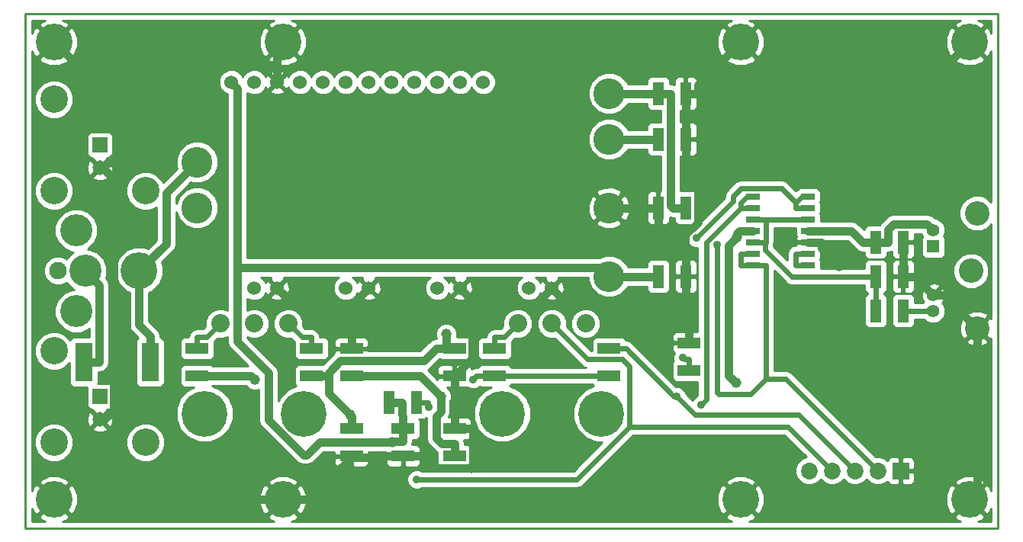
<source format=gbl>
G04 (created by PCBNEW-RS274X (2011-05-25)-stable) date Thu 26 Sep 2013 02:57:48 PM EDT*
G01*
G70*
G90*
%MOIN*%
G04 Gerber Fmt 3.4, Leading zero omitted, Abs format*
%FSLAX34Y34*%
G04 APERTURE LIST*
%ADD10C,0.006000*%
%ADD11C,0.009000*%
%ADD12C,0.107000*%
%ADD13C,0.056000*%
%ADD14R,0.056000X0.056000*%
%ADD15C,0.160000*%
%ADD16R,0.100000X0.050000*%
%ADD17C,0.060000*%
%ADD18R,0.050000X0.100000*%
%ADD19C,0.200000*%
%ADD20C,0.080000*%
%ADD21C,0.076000*%
%ADD22C,0.140000*%
%ADD23C,0.120000*%
%ADD24R,0.065000X0.065000*%
%ADD25C,0.065000*%
%ADD26C,0.073000*%
%ADD27R,0.073000X0.073000*%
%ADD28R,0.075000X0.170000*%
%ADD29C,0.135000*%
%ADD30R,0.060000X0.025000*%
%ADD31C,0.046000*%
%ADD32C,0.035000*%
%ADD33C,0.036000*%
%ADD34C,0.024000*%
%ADD35C,0.010000*%
G04 APERTURE END LIST*
G54D10*
G54D11*
X29500Y-30500D02*
X29500Y-53000D01*
X72000Y-30500D02*
X29500Y-30500D01*
X72000Y-53000D02*
X72000Y-30500D01*
X29500Y-53000D02*
X72000Y-53000D01*
G54D12*
X71090Y-44270D03*
X71090Y-39230D03*
G54D13*
X69170Y-43520D03*
X69170Y-39980D03*
X69170Y-42815D03*
G54D14*
X69170Y-40685D03*
G54D12*
X70820Y-41750D03*
G54D15*
X30750Y-51750D03*
X40750Y-51750D03*
X30750Y-31750D03*
G54D16*
X48250Y-45150D03*
X48250Y-46350D03*
X43750Y-46350D03*
X43750Y-45150D03*
G54D15*
X60750Y-51750D03*
X70750Y-31750D03*
X70750Y-51750D03*
G54D16*
X42000Y-46350D03*
X42000Y-45150D03*
X43750Y-48650D03*
X43750Y-49850D03*
G54D17*
X44500Y-42500D03*
X43500Y-42500D03*
X40500Y-42500D03*
X39500Y-42500D03*
X47500Y-42500D03*
X48500Y-42500D03*
X51500Y-42500D03*
X52500Y-42500D03*
X38500Y-33500D03*
X39500Y-33500D03*
X40500Y-33500D03*
X41500Y-33500D03*
X42500Y-33500D03*
X43500Y-33500D03*
X44500Y-33500D03*
X45500Y-33500D03*
X46500Y-33500D03*
X47500Y-33500D03*
X48500Y-33500D03*
X49500Y-33500D03*
G54D18*
X66650Y-43500D03*
X67850Y-43500D03*
G54D16*
X58500Y-46100D03*
X58500Y-44900D03*
G54D18*
X45400Y-47500D03*
X46600Y-47500D03*
G54D16*
X46000Y-48650D03*
X46000Y-49850D03*
X55000Y-46350D03*
X55000Y-45150D03*
X50000Y-45150D03*
X50000Y-46350D03*
X37000Y-45150D03*
X37000Y-46350D03*
G54D18*
X58350Y-39000D03*
X57150Y-39000D03*
X66650Y-40500D03*
X67850Y-40500D03*
G54D16*
X48250Y-49850D03*
X48250Y-48650D03*
G54D18*
X66650Y-42000D03*
X67850Y-42000D03*
G54D19*
X41670Y-48000D03*
X37330Y-48000D03*
G54D20*
X39500Y-44060D03*
X40980Y-44060D03*
X38020Y-44060D03*
G54D19*
X54670Y-48000D03*
X50330Y-48000D03*
G54D20*
X52500Y-44060D03*
X53980Y-44060D03*
X51020Y-44060D03*
G54D15*
X40750Y-31750D03*
G54D18*
X57150Y-34000D03*
X58350Y-34000D03*
X58350Y-36000D03*
X57150Y-36000D03*
X57150Y-42000D03*
X58350Y-42000D03*
G54D21*
X30930Y-41750D03*
G54D22*
X32110Y-41750D03*
G54D15*
X34470Y-41750D03*
G54D22*
X31720Y-39980D03*
X31720Y-43520D03*
G54D23*
X30750Y-38250D03*
X30750Y-34250D03*
G54D24*
X32750Y-36250D03*
G54D25*
X32750Y-37250D03*
G54D23*
X34750Y-38250D03*
X30750Y-49250D03*
X30750Y-45250D03*
G54D24*
X32750Y-47250D03*
G54D25*
X32750Y-48250D03*
G54D23*
X34750Y-49250D03*
G54D26*
X66750Y-50500D03*
X65750Y-50500D03*
G54D27*
X67750Y-50500D03*
G54D26*
X64750Y-50500D03*
X63750Y-50500D03*
G54D15*
X60750Y-31750D03*
G54D28*
X34950Y-45750D03*
X32050Y-45750D03*
G54D29*
X37000Y-39000D03*
X37000Y-37000D03*
X55000Y-34000D03*
X55000Y-36000D03*
X55000Y-39000D03*
X55000Y-42000D03*
G54D30*
X61300Y-41500D03*
X61300Y-41000D03*
X61300Y-40500D03*
X61300Y-40000D03*
X61300Y-39500D03*
X61300Y-39000D03*
X61300Y-38500D03*
X63700Y-38500D03*
X63700Y-39000D03*
X63700Y-39500D03*
X63700Y-40000D03*
X63700Y-40500D03*
X63700Y-41000D03*
X63700Y-41500D03*
G54D31*
X45528Y-49250D03*
X39520Y-46500D03*
X47642Y-47244D03*
G54D32*
X59710Y-40624D03*
X59018Y-47605D03*
X58809Y-40320D03*
X57965Y-47247D03*
X46598Y-50874D03*
G54D31*
X59500Y-37000D03*
X65068Y-41538D03*
X48977Y-50384D03*
G54D32*
X58231Y-45555D03*
X49046Y-46500D03*
X47134Y-47699D03*
G54D31*
X43686Y-48054D03*
X60597Y-40293D03*
X60558Y-46651D03*
X47892Y-44524D03*
G54D33*
X45950Y-48050D02*
X45950Y-47500D01*
X46000Y-48100D02*
X45950Y-48050D01*
X46000Y-48650D02*
X46000Y-48100D01*
X45400Y-47500D02*
X45950Y-47500D01*
X46000Y-48650D02*
X46000Y-49200D01*
X45578Y-49200D02*
X45528Y-49250D01*
X46000Y-49200D02*
X45578Y-49200D01*
X57150Y-42000D02*
X56600Y-42000D01*
X38761Y-44847D02*
X38761Y-41600D01*
X40119Y-46205D02*
X38761Y-44847D01*
X40119Y-48265D02*
X40119Y-46205D01*
X41650Y-49796D02*
X40119Y-48265D01*
X41798Y-49796D02*
X41650Y-49796D01*
X42344Y-49250D02*
X41798Y-49796D01*
X45528Y-49250D02*
X42344Y-49250D01*
X38761Y-33761D02*
X38500Y-33500D01*
X38761Y-41600D02*
X38761Y-33761D01*
X54600Y-41600D02*
X55000Y-42000D01*
X38761Y-41600D02*
X54600Y-41600D01*
X55000Y-42000D02*
X56600Y-42000D01*
X55000Y-36000D02*
X57150Y-36000D01*
X65600Y-40000D02*
X66100Y-40500D01*
X63700Y-40000D02*
X65600Y-40000D01*
X66650Y-40500D02*
X66100Y-40500D01*
X37000Y-46350D02*
X37800Y-46350D01*
X39370Y-46350D02*
X39520Y-46500D01*
X37800Y-46350D02*
X39370Y-46350D01*
X48250Y-49850D02*
X48250Y-49300D01*
X43750Y-46350D02*
X44550Y-46350D01*
X46748Y-46350D02*
X47642Y-47244D01*
X44550Y-46350D02*
X46748Y-46350D01*
X47700Y-49300D02*
X48250Y-49300D01*
X47466Y-49066D02*
X47700Y-49300D01*
X47466Y-48094D02*
X47466Y-49066D01*
X47642Y-47918D02*
X47466Y-48094D01*
X47642Y-47244D02*
X47642Y-47918D01*
X67200Y-39950D02*
X67200Y-40500D01*
X67434Y-39716D02*
X67200Y-39950D01*
X68906Y-39716D02*
X67434Y-39716D01*
X69170Y-39980D02*
X68906Y-39716D01*
X66650Y-40500D02*
X67200Y-40500D01*
G54D34*
X61300Y-41500D02*
X61840Y-41500D01*
X61300Y-41000D02*
X60760Y-41000D01*
X61300Y-41500D02*
X60760Y-41500D01*
X60760Y-41000D02*
X60760Y-41500D01*
X62720Y-46470D02*
X66750Y-50500D01*
X61840Y-46470D02*
X62720Y-46470D01*
X61840Y-41500D02*
X61840Y-46470D01*
X59710Y-47063D02*
X59710Y-40624D01*
X59779Y-47132D02*
X59710Y-47063D01*
X61178Y-47132D02*
X59779Y-47132D01*
X61840Y-46470D02*
X61178Y-47132D01*
X61300Y-38500D02*
X61030Y-38500D01*
X61300Y-39000D02*
X60760Y-39000D01*
X60760Y-38770D02*
X61030Y-38500D01*
X60760Y-39000D02*
X60760Y-38770D01*
X59240Y-47383D02*
X59018Y-47605D01*
X59240Y-40520D02*
X59240Y-47383D01*
X60760Y-39000D02*
X59240Y-40520D01*
X63700Y-38500D02*
X63430Y-38500D01*
X63700Y-39000D02*
X63160Y-39000D01*
X60416Y-38713D02*
X58809Y-40320D01*
X60416Y-38497D02*
X60416Y-38713D01*
X60762Y-38151D02*
X60416Y-38497D01*
X62541Y-38151D02*
X60762Y-38151D01*
X63160Y-38770D02*
X62541Y-38151D01*
X63160Y-39000D02*
X63160Y-38770D01*
X63160Y-38770D02*
X63430Y-38500D01*
X63700Y-39500D02*
X63160Y-39500D01*
X61300Y-39500D02*
X61840Y-39500D01*
X66650Y-42000D02*
X66650Y-43500D01*
X61840Y-39500D02*
X63160Y-39500D01*
X61840Y-39500D02*
X61840Y-40500D01*
X61300Y-40500D02*
X61746Y-40500D01*
X61746Y-40500D02*
X61824Y-40500D01*
X61824Y-40500D02*
X61840Y-40500D01*
X62977Y-42000D02*
X66650Y-42000D01*
X61824Y-40847D02*
X62977Y-42000D01*
X61824Y-40500D02*
X61824Y-40847D01*
X55000Y-45150D02*
X55740Y-45150D01*
X57837Y-47247D02*
X57965Y-47247D01*
X55740Y-45150D02*
X57837Y-47247D01*
X63283Y-48033D02*
X65750Y-50500D01*
X58751Y-48033D02*
X63283Y-48033D01*
X57965Y-47247D02*
X58751Y-48033D01*
X53604Y-50874D02*
X55905Y-48573D01*
X46598Y-50874D02*
X53604Y-50874D01*
X55905Y-45945D02*
X55905Y-48573D01*
X55583Y-45623D02*
X55905Y-45945D01*
X54063Y-45623D02*
X55583Y-45623D01*
X52500Y-44060D02*
X54063Y-45623D01*
X62823Y-48573D02*
X64750Y-50500D01*
X55905Y-48573D02*
X62823Y-48573D01*
X69150Y-43500D02*
X69170Y-43520D01*
X67850Y-43500D02*
X69150Y-43500D01*
G54D33*
X35647Y-40573D02*
X34470Y-41750D01*
X35647Y-38353D02*
X35647Y-40573D01*
X37000Y-37000D02*
X35647Y-38353D01*
X34470Y-44120D02*
X34470Y-41750D01*
X34950Y-44600D02*
X34470Y-44120D01*
X34950Y-45750D02*
X34950Y-44600D01*
X32725Y-42365D02*
X32725Y-45750D01*
X32110Y-41750D02*
X32725Y-42365D01*
X32050Y-45750D02*
X32725Y-45750D01*
X58883Y-37333D02*
X59167Y-37333D01*
X59167Y-37333D02*
X59500Y-37000D01*
X67850Y-42000D02*
X67850Y-40500D01*
X55000Y-39000D02*
X57150Y-39000D01*
X58350Y-36000D02*
X58350Y-36800D01*
X32750Y-37250D02*
X32887Y-37250D01*
X67850Y-42000D02*
X68400Y-42000D01*
X63700Y-40500D02*
X64300Y-40500D01*
X64300Y-40770D02*
X65068Y-41538D01*
X64300Y-40500D02*
X64300Y-40770D01*
X33359Y-37722D02*
X33359Y-47856D01*
X32887Y-37250D02*
X33359Y-37722D01*
X32965Y-48250D02*
X32750Y-48250D01*
X33359Y-47856D02*
X32965Y-48250D01*
X33508Y-36629D02*
X33508Y-34508D01*
X32887Y-37250D02*
X33508Y-36629D01*
X33508Y-34508D02*
X30750Y-31750D01*
X35265Y-32751D02*
X33508Y-34508D01*
X40500Y-32751D02*
X35265Y-32751D01*
X40500Y-33500D02*
X40500Y-32751D01*
X40500Y-32000D02*
X40750Y-31750D01*
X40500Y-32751D02*
X40500Y-32000D01*
X58350Y-36000D02*
X58350Y-34000D01*
X58900Y-33600D02*
X60750Y-31750D01*
X58900Y-34000D02*
X58900Y-33600D01*
X58350Y-34000D02*
X58900Y-34000D01*
X68789Y-42389D02*
X68400Y-42000D01*
X69929Y-41249D02*
X68789Y-42389D01*
X69929Y-32571D02*
X69929Y-41249D01*
X70750Y-31750D02*
X69929Y-32571D01*
X57150Y-39000D02*
X57150Y-39800D01*
X58500Y-44900D02*
X58500Y-44350D01*
X58350Y-42000D02*
X58350Y-42800D01*
X58350Y-43201D02*
X58350Y-42800D01*
X58500Y-43351D02*
X58500Y-44350D01*
X58350Y-43201D02*
X58500Y-43351D01*
X48250Y-46350D02*
X48250Y-46360D01*
X48250Y-46360D02*
X48250Y-46900D01*
X53201Y-43201D02*
X58350Y-43201D01*
X52500Y-42500D02*
X53201Y-43201D01*
X51770Y-43230D02*
X49034Y-43230D01*
X52500Y-42500D02*
X51770Y-43230D01*
X49034Y-45576D02*
X49034Y-43230D01*
X48250Y-46360D02*
X49034Y-45576D01*
X49034Y-43034D02*
X48500Y-42500D01*
X49034Y-43230D02*
X49034Y-43034D01*
X46000Y-49850D02*
X46800Y-49850D01*
X43750Y-49850D02*
X43750Y-49903D01*
X45147Y-49903D02*
X45200Y-49850D01*
X43750Y-49903D02*
X45147Y-49903D01*
X46000Y-49850D02*
X45200Y-49850D01*
X38628Y-51750D02*
X40750Y-51750D01*
X34734Y-47856D02*
X38628Y-51750D01*
X33359Y-47856D02*
X34734Y-47856D01*
X41903Y-51750D02*
X43750Y-49903D01*
X40750Y-51750D02*
X41903Y-51750D01*
X41250Y-43250D02*
X43750Y-43250D01*
X40500Y-42500D02*
X41250Y-43250D01*
X44500Y-42500D02*
X43750Y-43250D01*
X43750Y-43250D02*
X43750Y-45150D01*
X48250Y-48650D02*
X48250Y-46900D01*
X48250Y-48650D02*
X49050Y-48650D01*
X68789Y-42434D02*
X69170Y-42815D01*
X68789Y-42389D02*
X68789Y-42434D01*
X71090Y-51410D02*
X71090Y-44270D01*
X70750Y-51750D02*
X71090Y-51410D01*
X69635Y-42815D02*
X69170Y-42815D01*
X71090Y-44270D02*
X69635Y-42815D01*
X47334Y-50384D02*
X48977Y-50384D01*
X46800Y-49850D02*
X47334Y-50384D01*
X49050Y-50311D02*
X49050Y-48650D01*
X48977Y-50384D02*
X49050Y-50311D01*
X58350Y-42000D02*
X58350Y-41200D01*
X57514Y-40164D02*
X57150Y-39800D01*
X58317Y-40164D02*
X57514Y-40164D01*
X58619Y-39862D02*
X58317Y-40164D01*
X58667Y-39862D02*
X58619Y-39862D01*
X58883Y-39646D02*
X58667Y-39862D01*
X58883Y-37333D02*
X58883Y-39646D01*
X58350Y-36800D02*
X58883Y-37333D01*
X58317Y-41167D02*
X58350Y-41200D01*
X58317Y-40164D02*
X58317Y-41167D01*
G54D34*
X41580Y-44660D02*
X42000Y-44660D01*
X40980Y-44060D02*
X41580Y-44660D01*
X42000Y-45150D02*
X42000Y-44660D01*
X37420Y-44660D02*
X37000Y-44660D01*
X38020Y-44060D02*
X37420Y-44660D01*
X37000Y-45150D02*
X37000Y-44660D01*
X50420Y-44660D02*
X50000Y-44660D01*
X51020Y-44060D02*
X50420Y-44660D01*
X50000Y-45150D02*
X50000Y-44660D01*
X58286Y-45610D02*
X58231Y-45555D01*
X58500Y-45610D02*
X58286Y-45610D01*
X58500Y-46100D02*
X58500Y-45610D01*
X50000Y-46350D02*
X55000Y-46350D01*
X50000Y-46350D02*
X49260Y-46350D01*
X49196Y-46350D02*
X49046Y-46500D01*
X49260Y-46350D02*
X49196Y-46350D01*
X47090Y-47655D02*
X47090Y-47500D01*
X47134Y-47699D02*
X47090Y-47655D01*
X46600Y-47500D02*
X47090Y-47500D01*
X63160Y-41500D02*
X63160Y-41000D01*
X63700Y-41500D02*
X63160Y-41500D01*
X63700Y-41000D02*
X63160Y-41000D01*
G54D33*
X55000Y-34000D02*
X57150Y-34000D01*
X57700Y-38900D02*
X57800Y-39000D01*
X57700Y-34000D02*
X57700Y-38900D01*
X57150Y-34000D02*
X57700Y-34000D01*
X58191Y-39000D02*
X57800Y-39000D01*
X58191Y-39000D02*
X58264Y-39000D01*
X58350Y-39000D02*
X58264Y-39000D01*
X43732Y-48100D02*
X43686Y-48054D01*
X43750Y-48100D02*
X43732Y-48100D01*
X43750Y-48650D02*
X43750Y-48100D01*
X42749Y-46350D02*
X42000Y-46350D01*
X42749Y-46200D02*
X42749Y-46350D01*
X43265Y-45684D02*
X42749Y-46200D01*
X46916Y-45684D02*
X43265Y-45684D01*
X47450Y-45150D02*
X46916Y-45684D01*
X42749Y-47117D02*
X43686Y-48054D01*
X42749Y-46350D02*
X42749Y-47117D01*
X61300Y-40000D02*
X60700Y-40000D01*
X60597Y-40103D02*
X60597Y-40293D01*
X60700Y-40000D02*
X60597Y-40103D01*
X60235Y-46328D02*
X60558Y-46651D01*
X60235Y-40655D02*
X60235Y-46328D01*
X60597Y-40293D02*
X60235Y-40655D01*
X48250Y-45150D02*
X47850Y-45150D01*
X47850Y-45150D02*
X47450Y-45150D01*
X47892Y-45108D02*
X47892Y-44524D01*
X47850Y-45150D02*
X47892Y-45108D01*
G54D10*
G36*
X71705Y-52705D02*
X71137Y-52705D01*
X71326Y-52627D01*
X71412Y-52483D01*
X70750Y-51821D01*
X70679Y-51892D01*
X70679Y-51750D01*
X70017Y-51088D01*
X69873Y-51174D01*
X69720Y-51554D01*
X69723Y-51964D01*
X69873Y-52326D01*
X70017Y-52412D01*
X70679Y-51750D01*
X70679Y-51892D01*
X70088Y-52483D01*
X70174Y-52627D01*
X70367Y-52705D01*
X69700Y-52705D01*
X69700Y-43626D01*
X69700Y-43415D01*
X69700Y-40086D01*
X69700Y-39875D01*
X69619Y-39680D01*
X69471Y-39531D01*
X69276Y-39450D01*
X69248Y-39450D01*
X69210Y-39412D01*
X69071Y-39319D01*
X68906Y-39286D01*
X67434Y-39286D01*
X67269Y-39319D01*
X67130Y-39412D01*
X67129Y-39412D01*
X67129Y-39413D01*
X66896Y-39646D01*
X66825Y-39751D01*
X66351Y-39751D01*
X66259Y-39789D01*
X66189Y-39859D01*
X66153Y-39945D01*
X65904Y-39696D01*
X65765Y-39603D01*
X65600Y-39570D01*
X64249Y-39570D01*
X64249Y-39326D01*
X64217Y-39250D01*
X64249Y-39175D01*
X64249Y-39076D01*
X64249Y-38826D01*
X64217Y-38750D01*
X64249Y-38675D01*
X64249Y-38576D01*
X64249Y-38326D01*
X64211Y-38234D01*
X64141Y-38164D01*
X64050Y-38126D01*
X63951Y-38126D01*
X63351Y-38126D01*
X63259Y-38164D01*
X63219Y-38204D01*
X63217Y-38205D01*
X63168Y-38238D01*
X63166Y-38240D01*
X63160Y-38246D01*
X62803Y-37889D01*
X62683Y-37809D01*
X62658Y-37804D01*
X62541Y-37780D01*
X62536Y-37781D01*
X61780Y-37781D01*
X61780Y-31946D01*
X61777Y-31536D01*
X61627Y-31174D01*
X61483Y-31088D01*
X60821Y-31750D01*
X61483Y-32412D01*
X61627Y-32326D01*
X61780Y-31946D01*
X61780Y-37781D01*
X61412Y-37781D01*
X61412Y-32483D01*
X60750Y-31821D01*
X60679Y-31892D01*
X60679Y-31750D01*
X60017Y-31088D01*
X59873Y-31174D01*
X59720Y-31554D01*
X59723Y-31964D01*
X59873Y-32326D01*
X60017Y-32412D01*
X60679Y-31750D01*
X60679Y-31892D01*
X60088Y-32483D01*
X60174Y-32627D01*
X60554Y-32780D01*
X60964Y-32777D01*
X61326Y-32627D01*
X61412Y-32483D01*
X61412Y-37781D01*
X60762Y-37781D01*
X60620Y-37809D01*
X60500Y-37889D01*
X60498Y-37891D01*
X60154Y-38235D01*
X60074Y-38355D01*
X60069Y-38379D01*
X60045Y-38497D01*
X60046Y-38501D01*
X60046Y-38559D01*
X58850Y-39754D01*
X58850Y-36112D01*
X58850Y-35888D01*
X58850Y-34112D01*
X58850Y-33888D01*
X58849Y-33549D01*
X58849Y-33450D01*
X58811Y-33359D01*
X58741Y-33289D01*
X58649Y-33251D01*
X58462Y-33250D01*
X58400Y-33312D01*
X58400Y-33950D01*
X58788Y-33950D01*
X58850Y-33888D01*
X58850Y-34112D01*
X58788Y-34050D01*
X58400Y-34050D01*
X58400Y-34688D01*
X58462Y-34750D01*
X58649Y-34749D01*
X58741Y-34711D01*
X58811Y-34641D01*
X58849Y-34550D01*
X58849Y-34451D01*
X58850Y-34112D01*
X58850Y-35888D01*
X58849Y-35549D01*
X58849Y-35450D01*
X58811Y-35359D01*
X58741Y-35289D01*
X58649Y-35251D01*
X58462Y-35250D01*
X58400Y-35312D01*
X58400Y-35950D01*
X58788Y-35950D01*
X58850Y-35888D01*
X58850Y-36112D01*
X58788Y-36050D01*
X58400Y-36050D01*
X58400Y-36688D01*
X58462Y-36750D01*
X58649Y-36749D01*
X58741Y-36711D01*
X58811Y-36641D01*
X58849Y-36550D01*
X58849Y-36451D01*
X58850Y-36112D01*
X58850Y-39754D01*
X58849Y-39755D01*
X58849Y-39550D01*
X58849Y-39451D01*
X58849Y-38451D01*
X58811Y-38359D01*
X58741Y-38289D01*
X58650Y-38251D01*
X58551Y-38251D01*
X58130Y-38251D01*
X58130Y-36749D01*
X58238Y-36750D01*
X58300Y-36688D01*
X58300Y-36100D01*
X58300Y-36050D01*
X58300Y-35950D01*
X58300Y-35900D01*
X58300Y-35312D01*
X58238Y-35250D01*
X58130Y-35250D01*
X58130Y-34749D01*
X58238Y-34750D01*
X58300Y-34688D01*
X58300Y-34100D01*
X58300Y-34050D01*
X58300Y-33950D01*
X58300Y-33900D01*
X58300Y-33312D01*
X58238Y-33250D01*
X58051Y-33251D01*
X57959Y-33289D01*
X57889Y-33359D01*
X57851Y-33450D01*
X57851Y-33549D01*
X57850Y-33600D01*
X57700Y-33570D01*
X57649Y-33570D01*
X57649Y-33451D01*
X57611Y-33359D01*
X57541Y-33289D01*
X57450Y-33251D01*
X57351Y-33251D01*
X56851Y-33251D01*
X56759Y-33289D01*
X56689Y-33359D01*
X56651Y-33450D01*
X56651Y-33549D01*
X56651Y-33570D01*
X55823Y-33570D01*
X55785Y-33477D01*
X55525Y-33217D01*
X55185Y-33075D01*
X54817Y-33075D01*
X54477Y-33215D01*
X54217Y-33475D01*
X54075Y-33815D01*
X54075Y-34183D01*
X54215Y-34523D01*
X54475Y-34783D01*
X54815Y-34925D01*
X55183Y-34925D01*
X55523Y-34785D01*
X55783Y-34525D01*
X55822Y-34430D01*
X56651Y-34430D01*
X56651Y-34549D01*
X56689Y-34641D01*
X56759Y-34711D01*
X56850Y-34749D01*
X56949Y-34749D01*
X57270Y-34749D01*
X57270Y-35251D01*
X56851Y-35251D01*
X56759Y-35289D01*
X56689Y-35359D01*
X56651Y-35450D01*
X56651Y-35549D01*
X56651Y-35570D01*
X55823Y-35570D01*
X55785Y-35477D01*
X55525Y-35217D01*
X55185Y-35075D01*
X54817Y-35075D01*
X54477Y-35215D01*
X54217Y-35475D01*
X54075Y-35815D01*
X54075Y-36183D01*
X54215Y-36523D01*
X54475Y-36783D01*
X54815Y-36925D01*
X55183Y-36925D01*
X55523Y-36785D01*
X55783Y-36525D01*
X55822Y-36430D01*
X56651Y-36430D01*
X56651Y-36549D01*
X56689Y-36641D01*
X56759Y-36711D01*
X56850Y-36749D01*
X56949Y-36749D01*
X57270Y-36749D01*
X57270Y-38250D01*
X57262Y-38250D01*
X57200Y-38312D01*
X57200Y-38900D01*
X57200Y-38950D01*
X57200Y-39050D01*
X57200Y-39100D01*
X57200Y-39688D01*
X57262Y-39750D01*
X57449Y-39749D01*
X57541Y-39711D01*
X57611Y-39641D01*
X57649Y-39550D01*
X57649Y-39451D01*
X57649Y-39399D01*
X57800Y-39430D01*
X57851Y-39430D01*
X57851Y-39549D01*
X57889Y-39641D01*
X57959Y-39711D01*
X58050Y-39749D01*
X58149Y-39749D01*
X58649Y-39749D01*
X58741Y-39711D01*
X58811Y-39641D01*
X58849Y-39550D01*
X58849Y-39755D01*
X58699Y-39905D01*
X58569Y-39959D01*
X58449Y-40079D01*
X58384Y-40235D01*
X58384Y-40404D01*
X58448Y-40560D01*
X58568Y-40680D01*
X58724Y-40745D01*
X58870Y-40745D01*
X58870Y-44400D01*
X58850Y-44400D01*
X58850Y-42112D01*
X58850Y-41888D01*
X58849Y-41549D01*
X58849Y-41450D01*
X58811Y-41359D01*
X58741Y-41289D01*
X58649Y-41251D01*
X58462Y-41250D01*
X58400Y-41312D01*
X58400Y-41950D01*
X58788Y-41950D01*
X58850Y-41888D01*
X58850Y-42112D01*
X58788Y-42050D01*
X58400Y-42050D01*
X58400Y-42688D01*
X58462Y-42750D01*
X58649Y-42749D01*
X58741Y-42711D01*
X58811Y-42641D01*
X58849Y-42550D01*
X58849Y-42451D01*
X58850Y-42112D01*
X58850Y-44400D01*
X58612Y-44400D01*
X58550Y-44462D01*
X58550Y-44800D01*
X58550Y-44850D01*
X58550Y-44950D01*
X58450Y-44950D01*
X58450Y-44850D01*
X58450Y-44462D01*
X58388Y-44400D01*
X58300Y-44400D01*
X58300Y-42688D01*
X58300Y-42050D01*
X58300Y-41950D01*
X58300Y-41312D01*
X58238Y-41250D01*
X58051Y-41251D01*
X57959Y-41289D01*
X57889Y-41359D01*
X57851Y-41450D01*
X57851Y-41549D01*
X57850Y-41888D01*
X57912Y-41950D01*
X58300Y-41950D01*
X58300Y-42050D01*
X57912Y-42050D01*
X57850Y-42112D01*
X57851Y-42451D01*
X57851Y-42550D01*
X57889Y-42641D01*
X57959Y-42711D01*
X58051Y-42749D01*
X58238Y-42750D01*
X58300Y-42688D01*
X58300Y-44400D01*
X58049Y-44401D01*
X57950Y-44401D01*
X57859Y-44439D01*
X57789Y-44509D01*
X57751Y-44601D01*
X57750Y-44788D01*
X57812Y-44850D01*
X58450Y-44850D01*
X58450Y-44950D01*
X58400Y-44950D01*
X57812Y-44950D01*
X57750Y-45012D01*
X57751Y-45199D01*
X57789Y-45291D01*
X57853Y-45355D01*
X57806Y-45470D01*
X57806Y-45639D01*
X57821Y-45676D01*
X57789Y-45709D01*
X57751Y-45800D01*
X57751Y-45899D01*
X57751Y-46399D01*
X57789Y-46491D01*
X57859Y-46561D01*
X57950Y-46599D01*
X58049Y-46599D01*
X58870Y-46599D01*
X58870Y-47206D01*
X58778Y-47244D01*
X58658Y-47364D01*
X58642Y-47401D01*
X58379Y-47137D01*
X58326Y-47007D01*
X58206Y-46887D01*
X58050Y-46822D01*
X57935Y-46822D01*
X57649Y-46535D01*
X57649Y-42550D01*
X57649Y-42451D01*
X57649Y-41451D01*
X57611Y-41359D01*
X57541Y-41289D01*
X57450Y-41251D01*
X57351Y-41251D01*
X57100Y-41251D01*
X57100Y-39688D01*
X57100Y-39050D01*
X57100Y-38950D01*
X57100Y-38312D01*
X57038Y-38250D01*
X56851Y-38251D01*
X56759Y-38289D01*
X56689Y-38359D01*
X56651Y-38450D01*
X56651Y-38549D01*
X56650Y-38888D01*
X56712Y-38950D01*
X57100Y-38950D01*
X57100Y-39050D01*
X56712Y-39050D01*
X56650Y-39112D01*
X56651Y-39451D01*
X56651Y-39550D01*
X56689Y-39641D01*
X56759Y-39711D01*
X56851Y-39749D01*
X57038Y-39750D01*
X57100Y-39688D01*
X57100Y-41251D01*
X56851Y-41251D01*
X56759Y-41289D01*
X56689Y-41359D01*
X56651Y-41450D01*
X56651Y-41549D01*
X56651Y-41570D01*
X56600Y-41570D01*
X55909Y-41570D01*
X55909Y-39167D01*
X55904Y-38806D01*
X55776Y-38498D01*
X55644Y-38427D01*
X55573Y-38498D01*
X55573Y-38356D01*
X55502Y-38224D01*
X55167Y-38091D01*
X54806Y-38096D01*
X54498Y-38224D01*
X54427Y-38356D01*
X55000Y-38929D01*
X55573Y-38356D01*
X55573Y-38498D01*
X55071Y-39000D01*
X55644Y-39573D01*
X55776Y-39502D01*
X55909Y-39167D01*
X55909Y-41570D01*
X55823Y-41570D01*
X55785Y-41477D01*
X55573Y-41265D01*
X55573Y-39644D01*
X55000Y-39071D01*
X54929Y-39142D01*
X54929Y-39000D01*
X54356Y-38427D01*
X54224Y-38498D01*
X54091Y-38833D01*
X54096Y-39194D01*
X54224Y-39502D01*
X54356Y-39573D01*
X54929Y-39000D01*
X54929Y-39142D01*
X54427Y-39644D01*
X54498Y-39776D01*
X54833Y-39909D01*
X55194Y-39904D01*
X55502Y-39776D01*
X55573Y-39644D01*
X55573Y-41265D01*
X55525Y-41217D01*
X55185Y-41075D01*
X54817Y-41075D01*
X54586Y-41170D01*
X50049Y-41170D01*
X50049Y-33609D01*
X50049Y-33391D01*
X49965Y-33189D01*
X49811Y-33035D01*
X49609Y-32951D01*
X49391Y-32951D01*
X49189Y-33035D01*
X49035Y-33189D01*
X49000Y-33273D01*
X48965Y-33189D01*
X48811Y-33035D01*
X48609Y-32951D01*
X48391Y-32951D01*
X48189Y-33035D01*
X48035Y-33189D01*
X48000Y-33273D01*
X47965Y-33189D01*
X47811Y-33035D01*
X47609Y-32951D01*
X47391Y-32951D01*
X47189Y-33035D01*
X47035Y-33189D01*
X47000Y-33273D01*
X46965Y-33189D01*
X46811Y-33035D01*
X46609Y-32951D01*
X46391Y-32951D01*
X46189Y-33035D01*
X46035Y-33189D01*
X46000Y-33273D01*
X45965Y-33189D01*
X45811Y-33035D01*
X45609Y-32951D01*
X45391Y-32951D01*
X45189Y-33035D01*
X45035Y-33189D01*
X45000Y-33273D01*
X44965Y-33189D01*
X44811Y-33035D01*
X44609Y-32951D01*
X44391Y-32951D01*
X44189Y-33035D01*
X44035Y-33189D01*
X44000Y-33273D01*
X43965Y-33189D01*
X43811Y-33035D01*
X43609Y-32951D01*
X43391Y-32951D01*
X43189Y-33035D01*
X43035Y-33189D01*
X43000Y-33273D01*
X42965Y-33189D01*
X42811Y-33035D01*
X42609Y-32951D01*
X42391Y-32951D01*
X42189Y-33035D01*
X42035Y-33189D01*
X42000Y-33273D01*
X41965Y-33189D01*
X41811Y-33035D01*
X41780Y-33022D01*
X41780Y-31946D01*
X41777Y-31536D01*
X41627Y-31174D01*
X41483Y-31088D01*
X40821Y-31750D01*
X41483Y-32412D01*
X41627Y-32326D01*
X41780Y-31946D01*
X41780Y-33022D01*
X41609Y-32951D01*
X41412Y-32951D01*
X41412Y-32483D01*
X40750Y-31821D01*
X40679Y-31892D01*
X40679Y-31750D01*
X40017Y-31088D01*
X39873Y-31174D01*
X39720Y-31554D01*
X39723Y-31964D01*
X39873Y-32326D01*
X40017Y-32412D01*
X40679Y-31750D01*
X40679Y-31892D01*
X40088Y-32483D01*
X40174Y-32627D01*
X40554Y-32780D01*
X40964Y-32777D01*
X41326Y-32627D01*
X41412Y-32483D01*
X41412Y-32951D01*
X41391Y-32951D01*
X41189Y-33035D01*
X41035Y-33189D01*
X40997Y-33280D01*
X40972Y-33219D01*
X40878Y-33192D01*
X40808Y-33262D01*
X40808Y-33122D01*
X40781Y-33028D01*
X40579Y-32957D01*
X40366Y-32968D01*
X40219Y-33028D01*
X40192Y-33122D01*
X40500Y-33429D01*
X40808Y-33122D01*
X40808Y-33262D01*
X40571Y-33500D01*
X40878Y-33808D01*
X40972Y-33781D01*
X40995Y-33715D01*
X41035Y-33811D01*
X41189Y-33965D01*
X41391Y-34049D01*
X41609Y-34049D01*
X41811Y-33965D01*
X41965Y-33811D01*
X42000Y-33726D01*
X42035Y-33811D01*
X42189Y-33965D01*
X42391Y-34049D01*
X42609Y-34049D01*
X42811Y-33965D01*
X42965Y-33811D01*
X43000Y-33726D01*
X43035Y-33811D01*
X43189Y-33965D01*
X43391Y-34049D01*
X43609Y-34049D01*
X43811Y-33965D01*
X43965Y-33811D01*
X44000Y-33726D01*
X44035Y-33811D01*
X44189Y-33965D01*
X44391Y-34049D01*
X44609Y-34049D01*
X44811Y-33965D01*
X44965Y-33811D01*
X45000Y-33726D01*
X45035Y-33811D01*
X45189Y-33965D01*
X45391Y-34049D01*
X45609Y-34049D01*
X45811Y-33965D01*
X45965Y-33811D01*
X46000Y-33726D01*
X46035Y-33811D01*
X46189Y-33965D01*
X46391Y-34049D01*
X46609Y-34049D01*
X46811Y-33965D01*
X46965Y-33811D01*
X47000Y-33726D01*
X47035Y-33811D01*
X47189Y-33965D01*
X47391Y-34049D01*
X47609Y-34049D01*
X47811Y-33965D01*
X47965Y-33811D01*
X48000Y-33726D01*
X48035Y-33811D01*
X48189Y-33965D01*
X48391Y-34049D01*
X48609Y-34049D01*
X48811Y-33965D01*
X48965Y-33811D01*
X49000Y-33726D01*
X49035Y-33811D01*
X49189Y-33965D01*
X49391Y-34049D01*
X49609Y-34049D01*
X49811Y-33965D01*
X49965Y-33811D01*
X50049Y-33609D01*
X50049Y-41170D01*
X40808Y-41170D01*
X40808Y-33878D01*
X40500Y-33571D01*
X40192Y-33878D01*
X40219Y-33972D01*
X40421Y-34043D01*
X40634Y-34032D01*
X40781Y-33972D01*
X40808Y-33878D01*
X40808Y-41170D01*
X39191Y-41170D01*
X39191Y-33965D01*
X39391Y-34049D01*
X39609Y-34049D01*
X39811Y-33965D01*
X39965Y-33811D01*
X40002Y-33719D01*
X40028Y-33781D01*
X40122Y-33808D01*
X40429Y-33500D01*
X40122Y-33192D01*
X40028Y-33219D01*
X40004Y-33284D01*
X39965Y-33189D01*
X39811Y-33035D01*
X39609Y-32951D01*
X39391Y-32951D01*
X39189Y-33035D01*
X39035Y-33189D01*
X39000Y-33273D01*
X38965Y-33189D01*
X38811Y-33035D01*
X38609Y-32951D01*
X38391Y-32951D01*
X38189Y-33035D01*
X38035Y-33189D01*
X37951Y-33391D01*
X37951Y-33609D01*
X38035Y-33811D01*
X38189Y-33965D01*
X38331Y-34024D01*
X38331Y-41600D01*
X38331Y-43486D01*
X38149Y-43411D01*
X37925Y-43411D01*
X37925Y-39185D01*
X37925Y-38817D01*
X37785Y-38477D01*
X37525Y-38217D01*
X37185Y-38075D01*
X36817Y-38075D01*
X36477Y-38215D01*
X36217Y-38475D01*
X36077Y-38810D01*
X36077Y-38531D01*
X36721Y-37886D01*
X36815Y-37925D01*
X37183Y-37925D01*
X37523Y-37785D01*
X37783Y-37525D01*
X37925Y-37185D01*
X37925Y-36817D01*
X37785Y-36477D01*
X37525Y-36217D01*
X37185Y-36075D01*
X36817Y-36075D01*
X36477Y-36215D01*
X36217Y-36475D01*
X36075Y-36815D01*
X36075Y-37183D01*
X36114Y-37277D01*
X35515Y-37876D01*
X35471Y-37770D01*
X35232Y-37530D01*
X34920Y-37400D01*
X34582Y-37400D01*
X34270Y-37529D01*
X34030Y-37768D01*
X33900Y-38080D01*
X33900Y-38418D01*
X34029Y-38730D01*
X34268Y-38970D01*
X34580Y-39100D01*
X34918Y-39100D01*
X35217Y-38976D01*
X35217Y-40395D01*
X34843Y-40768D01*
X34680Y-40700D01*
X34262Y-40700D01*
X33876Y-40860D01*
X33580Y-41155D01*
X33420Y-41540D01*
X33420Y-41958D01*
X33580Y-42344D01*
X33875Y-42640D01*
X34040Y-42708D01*
X34040Y-44120D01*
X34073Y-44285D01*
X34166Y-44424D01*
X34432Y-44690D01*
X34364Y-44759D01*
X34326Y-44850D01*
X34326Y-44949D01*
X34326Y-46649D01*
X34364Y-46741D01*
X34434Y-46811D01*
X34525Y-46849D01*
X34624Y-46849D01*
X35374Y-46849D01*
X35466Y-46811D01*
X35536Y-46741D01*
X35574Y-46650D01*
X35574Y-46551D01*
X35574Y-44851D01*
X35536Y-44759D01*
X35466Y-44689D01*
X35380Y-44653D01*
X35380Y-44600D01*
X35379Y-44599D01*
X35347Y-44435D01*
X35254Y-44296D01*
X35253Y-44295D01*
X34900Y-43942D01*
X34900Y-42707D01*
X35064Y-42640D01*
X35360Y-42345D01*
X35520Y-41960D01*
X35520Y-41542D01*
X35451Y-41376D01*
X35951Y-40877D01*
X36044Y-40738D01*
X36044Y-40737D01*
X36077Y-40573D01*
X36077Y-39187D01*
X36215Y-39523D01*
X36475Y-39783D01*
X36815Y-39925D01*
X37183Y-39925D01*
X37523Y-39785D01*
X37783Y-39525D01*
X37925Y-39185D01*
X37925Y-43411D01*
X37891Y-43411D01*
X37652Y-43510D01*
X37470Y-43692D01*
X37371Y-43931D01*
X37371Y-44185D01*
X37266Y-44290D01*
X37000Y-44290D01*
X36858Y-44318D01*
X36738Y-44398D01*
X36658Y-44518D01*
X36631Y-44651D01*
X36451Y-44651D01*
X36359Y-44689D01*
X36289Y-44759D01*
X36251Y-44850D01*
X36251Y-44949D01*
X36251Y-45449D01*
X36289Y-45541D01*
X36359Y-45611D01*
X36450Y-45649D01*
X36549Y-45649D01*
X37549Y-45649D01*
X37641Y-45611D01*
X37711Y-45541D01*
X37749Y-45450D01*
X37749Y-45351D01*
X37749Y-44854D01*
X37894Y-44709D01*
X38149Y-44709D01*
X38331Y-44633D01*
X38331Y-44847D01*
X38364Y-45012D01*
X38457Y-45151D01*
X39226Y-45920D01*
X37800Y-45920D01*
X37672Y-45920D01*
X37641Y-45889D01*
X37550Y-45851D01*
X37451Y-45851D01*
X36451Y-45851D01*
X36359Y-45889D01*
X36289Y-45959D01*
X36251Y-46050D01*
X36251Y-46149D01*
X36251Y-46649D01*
X36289Y-46741D01*
X36359Y-46811D01*
X36450Y-46849D01*
X36549Y-46849D01*
X36843Y-46849D01*
X36623Y-46940D01*
X36271Y-47291D01*
X36081Y-47750D01*
X36080Y-48247D01*
X36270Y-48707D01*
X36621Y-49059D01*
X37080Y-49249D01*
X37577Y-49250D01*
X38037Y-49060D01*
X38389Y-48709D01*
X38579Y-48250D01*
X38580Y-47753D01*
X38390Y-47293D01*
X38039Y-46941D01*
X37665Y-46786D01*
X37672Y-46780D01*
X37800Y-46780D01*
X39121Y-46780D01*
X39248Y-46907D01*
X39424Y-46980D01*
X39615Y-46980D01*
X39689Y-46949D01*
X39689Y-48265D01*
X39722Y-48430D01*
X39815Y-48569D01*
X41346Y-50100D01*
X41485Y-50193D01*
X41486Y-50193D01*
X41650Y-50226D01*
X41798Y-50226D01*
X41962Y-50193D01*
X41963Y-50193D01*
X42102Y-50100D01*
X42522Y-49680D01*
X43000Y-49680D01*
X43000Y-49738D01*
X43062Y-49800D01*
X43650Y-49800D01*
X43700Y-49800D01*
X43800Y-49800D01*
X43850Y-49800D01*
X44438Y-49800D01*
X44500Y-49738D01*
X44499Y-49680D01*
X45250Y-49680D01*
X45250Y-49738D01*
X45312Y-49800D01*
X45900Y-49800D01*
X45950Y-49800D01*
X46050Y-49800D01*
X46100Y-49800D01*
X46688Y-49800D01*
X46750Y-49738D01*
X46749Y-49551D01*
X46711Y-49459D01*
X46641Y-49389D01*
X46550Y-49351D01*
X46451Y-49351D01*
X46399Y-49350D01*
X46430Y-49200D01*
X46430Y-49149D01*
X46549Y-49149D01*
X46641Y-49111D01*
X46711Y-49041D01*
X46749Y-48950D01*
X46749Y-48851D01*
X46749Y-48351D01*
X46711Y-48259D01*
X46701Y-48249D01*
X46899Y-48249D01*
X46991Y-48211D01*
X47036Y-48166D01*
X47036Y-49066D01*
X47069Y-49231D01*
X47162Y-49370D01*
X47395Y-49603D01*
X47396Y-49604D01*
X47501Y-49674D01*
X47501Y-50149D01*
X47539Y-50241D01*
X47609Y-50311D01*
X47700Y-50349D01*
X47799Y-50349D01*
X48799Y-50349D01*
X48891Y-50311D01*
X48961Y-50241D01*
X48999Y-50150D01*
X48999Y-50051D01*
X48999Y-49551D01*
X48961Y-49459D01*
X48891Y-49389D01*
X48800Y-49351D01*
X48701Y-49351D01*
X48680Y-49351D01*
X48680Y-49300D01*
X48649Y-49149D01*
X48701Y-49149D01*
X48800Y-49149D01*
X48891Y-49111D01*
X48961Y-49041D01*
X48999Y-48949D01*
X49000Y-48762D01*
X49000Y-48538D01*
X48999Y-48351D01*
X48961Y-48259D01*
X48891Y-48189D01*
X48800Y-48151D01*
X48701Y-48151D01*
X48362Y-48150D01*
X48300Y-48212D01*
X48300Y-48600D01*
X48938Y-48600D01*
X49000Y-48538D01*
X49000Y-48762D01*
X48938Y-48700D01*
X48350Y-48700D01*
X48300Y-48700D01*
X48200Y-48700D01*
X48200Y-48600D01*
X48200Y-48550D01*
X48200Y-48212D01*
X48138Y-48150D01*
X47993Y-48150D01*
X48039Y-48083D01*
X48071Y-47919D01*
X48072Y-47918D01*
X48072Y-47460D01*
X48122Y-47340D01*
X48122Y-47149D01*
X48049Y-46973D01*
X47926Y-46849D01*
X48138Y-46850D01*
X48200Y-46788D01*
X48200Y-46400D01*
X48200Y-46300D01*
X48200Y-45912D01*
X48138Y-45850D01*
X47799Y-45851D01*
X47700Y-45851D01*
X47609Y-45889D01*
X47539Y-45959D01*
X47501Y-46051D01*
X47500Y-46238D01*
X47562Y-46300D01*
X48200Y-46300D01*
X48200Y-46400D01*
X47562Y-46400D01*
X47500Y-46462D01*
X47500Y-46494D01*
X47084Y-46078D01*
X47220Y-45988D01*
X47603Y-45605D01*
X47609Y-45611D01*
X47700Y-45649D01*
X47799Y-45649D01*
X48799Y-45649D01*
X48891Y-45611D01*
X48961Y-45541D01*
X48999Y-45450D01*
X48999Y-45351D01*
X48999Y-44851D01*
X48961Y-44759D01*
X48891Y-44689D01*
X48808Y-44654D01*
X48808Y-42878D01*
X48500Y-42571D01*
X48192Y-42878D01*
X48219Y-42972D01*
X48421Y-43043D01*
X48634Y-43032D01*
X48781Y-42972D01*
X48808Y-42878D01*
X48808Y-44654D01*
X48800Y-44651D01*
X48701Y-44651D01*
X48359Y-44651D01*
X48372Y-44620D01*
X48372Y-44429D01*
X48299Y-44253D01*
X48164Y-44117D01*
X47988Y-44044D01*
X47797Y-44044D01*
X47621Y-44117D01*
X47485Y-44252D01*
X47412Y-44428D01*
X47412Y-44619D01*
X47453Y-44720D01*
X47450Y-44720D01*
X47285Y-44753D01*
X47146Y-44846D01*
X46738Y-45254D01*
X45043Y-45254D01*
X45043Y-42579D01*
X45032Y-42366D01*
X44972Y-42219D01*
X44878Y-42192D01*
X44571Y-42500D01*
X44878Y-42808D01*
X44972Y-42781D01*
X45043Y-42579D01*
X45043Y-45254D01*
X44808Y-45254D01*
X44808Y-42878D01*
X44500Y-42571D01*
X44192Y-42878D01*
X44219Y-42972D01*
X44421Y-43043D01*
X44634Y-43032D01*
X44781Y-42972D01*
X44808Y-42878D01*
X44808Y-45254D01*
X44500Y-45254D01*
X44500Y-45038D01*
X44499Y-44851D01*
X44461Y-44759D01*
X44391Y-44689D01*
X44300Y-44651D01*
X44201Y-44651D01*
X43862Y-44650D01*
X43800Y-44712D01*
X43800Y-45100D01*
X44438Y-45100D01*
X44500Y-45038D01*
X44500Y-45254D01*
X44492Y-45254D01*
X44438Y-45200D01*
X43850Y-45200D01*
X43800Y-45200D01*
X43700Y-45200D01*
X43700Y-45100D01*
X43700Y-44712D01*
X43638Y-44650D01*
X43299Y-44651D01*
X43200Y-44651D01*
X43109Y-44689D01*
X43039Y-44759D01*
X43001Y-44851D01*
X43000Y-45038D01*
X43062Y-45100D01*
X43700Y-45100D01*
X43700Y-45200D01*
X43650Y-45200D01*
X43062Y-45200D01*
X43000Y-45262D01*
X43000Y-45353D01*
X42960Y-45380D01*
X42749Y-45591D01*
X42749Y-45450D01*
X42749Y-45351D01*
X42749Y-44851D01*
X42711Y-44759D01*
X42641Y-44689D01*
X42550Y-44651D01*
X42451Y-44651D01*
X42368Y-44651D01*
X42342Y-44518D01*
X42262Y-44398D01*
X42142Y-44318D01*
X42000Y-44290D01*
X41733Y-44290D01*
X41629Y-44185D01*
X41629Y-43931D01*
X41530Y-43692D01*
X41348Y-43510D01*
X41109Y-43411D01*
X41043Y-43411D01*
X41043Y-42579D01*
X41032Y-42366D01*
X40972Y-42219D01*
X40878Y-42192D01*
X40571Y-42500D01*
X40878Y-42808D01*
X40972Y-42781D01*
X41043Y-42579D01*
X41043Y-43411D01*
X40851Y-43411D01*
X40808Y-43428D01*
X40808Y-42878D01*
X40500Y-42571D01*
X40192Y-42878D01*
X40219Y-42972D01*
X40421Y-43043D01*
X40634Y-43032D01*
X40781Y-42972D01*
X40808Y-42878D01*
X40808Y-43428D01*
X40612Y-43510D01*
X40430Y-43692D01*
X40331Y-43931D01*
X40331Y-44189D01*
X40430Y-44428D01*
X40612Y-44610D01*
X40851Y-44709D01*
X41105Y-44709D01*
X41251Y-44854D01*
X41251Y-44949D01*
X41251Y-45449D01*
X41289Y-45541D01*
X41359Y-45611D01*
X41450Y-45649D01*
X41549Y-45649D01*
X42549Y-45649D01*
X42641Y-45611D01*
X42711Y-45541D01*
X42749Y-45450D01*
X42749Y-45591D01*
X42489Y-45851D01*
X42451Y-45851D01*
X41451Y-45851D01*
X41359Y-45889D01*
X41289Y-45959D01*
X41251Y-46050D01*
X41251Y-46149D01*
X41251Y-46649D01*
X41289Y-46741D01*
X41334Y-46786D01*
X40963Y-46940D01*
X40611Y-47291D01*
X40549Y-47440D01*
X40549Y-46205D01*
X40516Y-46041D01*
X40516Y-46040D01*
X40423Y-45901D01*
X39191Y-44669D01*
X39191Y-44634D01*
X39371Y-44709D01*
X39629Y-44709D01*
X39868Y-44610D01*
X40050Y-44428D01*
X40149Y-44189D01*
X40149Y-43931D01*
X40050Y-43692D01*
X39868Y-43510D01*
X39629Y-43411D01*
X39371Y-43411D01*
X39191Y-43485D01*
X39191Y-42965D01*
X39391Y-43049D01*
X39609Y-43049D01*
X39811Y-42965D01*
X39965Y-42811D01*
X40002Y-42719D01*
X40028Y-42781D01*
X40122Y-42808D01*
X40429Y-42500D01*
X40122Y-42192D01*
X40028Y-42219D01*
X40004Y-42284D01*
X39965Y-42189D01*
X39811Y-42035D01*
X39798Y-42030D01*
X40218Y-42030D01*
X40192Y-42122D01*
X40500Y-42429D01*
X40808Y-42122D01*
X40781Y-42030D01*
X43201Y-42030D01*
X43189Y-42035D01*
X43035Y-42189D01*
X42951Y-42391D01*
X42951Y-42609D01*
X43035Y-42811D01*
X43189Y-42965D01*
X43391Y-43049D01*
X43609Y-43049D01*
X43811Y-42965D01*
X43965Y-42811D01*
X44002Y-42719D01*
X44028Y-42781D01*
X44122Y-42808D01*
X44429Y-42500D01*
X44122Y-42192D01*
X44028Y-42219D01*
X44004Y-42284D01*
X43965Y-42189D01*
X43811Y-42035D01*
X43798Y-42030D01*
X44218Y-42030D01*
X44192Y-42122D01*
X44500Y-42429D01*
X44808Y-42122D01*
X44781Y-42030D01*
X47201Y-42030D01*
X47189Y-42035D01*
X47035Y-42189D01*
X46951Y-42391D01*
X46951Y-42609D01*
X47035Y-42811D01*
X47189Y-42965D01*
X47391Y-43049D01*
X47609Y-43049D01*
X47811Y-42965D01*
X47965Y-42811D01*
X48002Y-42719D01*
X48028Y-42781D01*
X48122Y-42808D01*
X48429Y-42500D01*
X48122Y-42192D01*
X48028Y-42219D01*
X48004Y-42284D01*
X47965Y-42189D01*
X47811Y-42035D01*
X47798Y-42030D01*
X48218Y-42030D01*
X48192Y-42122D01*
X48500Y-42429D01*
X48808Y-42122D01*
X48781Y-42030D01*
X51201Y-42030D01*
X51189Y-42035D01*
X51035Y-42189D01*
X50951Y-42391D01*
X50951Y-42609D01*
X51035Y-42811D01*
X51189Y-42965D01*
X51391Y-43049D01*
X51609Y-43049D01*
X51811Y-42965D01*
X51965Y-42811D01*
X52002Y-42719D01*
X52028Y-42781D01*
X52122Y-42808D01*
X52429Y-42500D01*
X52122Y-42192D01*
X52028Y-42219D01*
X52004Y-42284D01*
X51965Y-42189D01*
X51811Y-42035D01*
X51798Y-42030D01*
X52218Y-42030D01*
X52192Y-42122D01*
X52500Y-42429D01*
X52808Y-42122D01*
X52781Y-42030D01*
X54075Y-42030D01*
X54075Y-42183D01*
X54215Y-42523D01*
X54475Y-42783D01*
X54815Y-42925D01*
X55183Y-42925D01*
X55523Y-42785D01*
X55783Y-42525D01*
X55822Y-42430D01*
X56600Y-42430D01*
X56651Y-42430D01*
X56651Y-42549D01*
X56689Y-42641D01*
X56759Y-42711D01*
X56850Y-42749D01*
X56949Y-42749D01*
X57449Y-42749D01*
X57541Y-42711D01*
X57611Y-42641D01*
X57649Y-42550D01*
X57649Y-46535D01*
X56002Y-44888D01*
X55882Y-44808D01*
X55857Y-44803D01*
X55740Y-44779D01*
X55735Y-44780D01*
X55719Y-44780D01*
X55711Y-44759D01*
X55641Y-44689D01*
X55550Y-44651D01*
X55451Y-44651D01*
X54629Y-44651D01*
X54629Y-44189D01*
X54629Y-43931D01*
X54530Y-43692D01*
X54348Y-43510D01*
X54109Y-43411D01*
X53851Y-43411D01*
X53612Y-43510D01*
X53430Y-43692D01*
X53331Y-43931D01*
X53331Y-44189D01*
X53430Y-44428D01*
X53612Y-44610D01*
X53851Y-44709D01*
X54109Y-44709D01*
X54348Y-44610D01*
X54530Y-44428D01*
X54629Y-44189D01*
X54629Y-44651D01*
X54451Y-44651D01*
X54359Y-44689D01*
X54289Y-44759D01*
X54251Y-44850D01*
X54251Y-44949D01*
X54251Y-45253D01*
X54216Y-45253D01*
X53149Y-44185D01*
X53149Y-43931D01*
X53050Y-43692D01*
X53043Y-43685D01*
X53043Y-42579D01*
X53032Y-42366D01*
X52972Y-42219D01*
X52878Y-42192D01*
X52571Y-42500D01*
X52878Y-42808D01*
X52972Y-42781D01*
X53043Y-42579D01*
X53043Y-43685D01*
X52868Y-43510D01*
X52808Y-43485D01*
X52808Y-42878D01*
X52500Y-42571D01*
X52192Y-42878D01*
X52219Y-42972D01*
X52421Y-43043D01*
X52634Y-43032D01*
X52781Y-42972D01*
X52808Y-42878D01*
X52808Y-43485D01*
X52629Y-43411D01*
X52371Y-43411D01*
X52132Y-43510D01*
X51950Y-43692D01*
X51851Y-43931D01*
X51851Y-44189D01*
X51950Y-44428D01*
X52132Y-44610D01*
X52371Y-44709D01*
X52625Y-44709D01*
X53799Y-45882D01*
X53801Y-45885D01*
X53921Y-45965D01*
X53997Y-45980D01*
X51669Y-45980D01*
X51669Y-44189D01*
X51669Y-43931D01*
X51570Y-43692D01*
X51388Y-43510D01*
X51149Y-43411D01*
X50891Y-43411D01*
X50652Y-43510D01*
X50470Y-43692D01*
X50371Y-43931D01*
X50371Y-44185D01*
X50266Y-44290D01*
X50000Y-44290D01*
X49858Y-44318D01*
X49738Y-44398D01*
X49658Y-44518D01*
X49631Y-44651D01*
X49451Y-44651D01*
X49359Y-44689D01*
X49289Y-44759D01*
X49251Y-44850D01*
X49251Y-44949D01*
X49251Y-45449D01*
X49289Y-45541D01*
X49359Y-45611D01*
X49450Y-45649D01*
X49549Y-45649D01*
X50549Y-45649D01*
X50641Y-45611D01*
X50711Y-45541D01*
X50749Y-45450D01*
X50749Y-45351D01*
X50749Y-44854D01*
X50894Y-44709D01*
X51149Y-44709D01*
X51388Y-44610D01*
X51570Y-44428D01*
X51669Y-44189D01*
X51669Y-45980D01*
X50719Y-45980D01*
X50711Y-45959D01*
X50641Y-45889D01*
X50550Y-45851D01*
X50451Y-45851D01*
X49451Y-45851D01*
X49359Y-45889D01*
X49289Y-45959D01*
X49280Y-45980D01*
X49260Y-45980D01*
X49196Y-45980D01*
X49054Y-46008D01*
X49043Y-46015D01*
X49043Y-42579D01*
X49032Y-42366D01*
X48972Y-42219D01*
X48878Y-42192D01*
X48571Y-42500D01*
X48878Y-42808D01*
X48972Y-42781D01*
X49043Y-42579D01*
X49043Y-46015D01*
X48996Y-46046D01*
X48961Y-45959D01*
X48891Y-45889D01*
X48800Y-45851D01*
X48701Y-45851D01*
X48362Y-45850D01*
X48300Y-45912D01*
X48300Y-46250D01*
X48300Y-46300D01*
X48300Y-46400D01*
X48300Y-46450D01*
X48300Y-46788D01*
X48362Y-46850D01*
X48701Y-46849D01*
X48794Y-46849D01*
X48805Y-46860D01*
X48961Y-46925D01*
X49130Y-46925D01*
X49286Y-46861D01*
X49347Y-46799D01*
X49359Y-46811D01*
X49450Y-46849D01*
X49549Y-46849D01*
X49843Y-46849D01*
X49623Y-46940D01*
X49271Y-47291D01*
X49081Y-47750D01*
X49080Y-48247D01*
X49270Y-48707D01*
X49621Y-49059D01*
X50080Y-49249D01*
X50577Y-49250D01*
X51037Y-49060D01*
X51389Y-48709D01*
X51579Y-48250D01*
X51580Y-47753D01*
X51390Y-47293D01*
X51039Y-46941D01*
X50665Y-46786D01*
X50711Y-46741D01*
X50719Y-46720D01*
X54280Y-46720D01*
X54289Y-46741D01*
X54334Y-46786D01*
X53963Y-46940D01*
X53611Y-47291D01*
X53421Y-47750D01*
X53420Y-48247D01*
X53610Y-48707D01*
X53961Y-49059D01*
X54420Y-49249D01*
X54704Y-49249D01*
X53450Y-50504D01*
X46815Y-50504D01*
X46750Y-50476D01*
X46750Y-49962D01*
X46688Y-49900D01*
X46050Y-49900D01*
X46050Y-50288D01*
X46112Y-50350D01*
X46451Y-50349D01*
X46550Y-50349D01*
X46641Y-50311D01*
X46711Y-50241D01*
X46749Y-50149D01*
X46750Y-49962D01*
X46750Y-50476D01*
X46683Y-50449D01*
X46514Y-50449D01*
X46358Y-50513D01*
X46238Y-50633D01*
X46173Y-50789D01*
X46173Y-50958D01*
X46237Y-51114D01*
X46357Y-51234D01*
X46513Y-51299D01*
X46682Y-51299D01*
X46816Y-51244D01*
X53599Y-51244D01*
X53604Y-51245D01*
X53604Y-51244D01*
X53721Y-51220D01*
X53745Y-51216D01*
X53746Y-51216D01*
X53866Y-51136D01*
X56059Y-48943D01*
X62669Y-48943D01*
X63616Y-49889D01*
X63402Y-49979D01*
X63229Y-50151D01*
X63135Y-50377D01*
X63135Y-50622D01*
X63229Y-50848D01*
X63401Y-51021D01*
X63627Y-51115D01*
X63872Y-51115D01*
X64098Y-51021D01*
X64250Y-50869D01*
X64401Y-51021D01*
X64627Y-51115D01*
X64872Y-51115D01*
X65098Y-51021D01*
X65250Y-50869D01*
X65401Y-51021D01*
X65627Y-51115D01*
X65872Y-51115D01*
X66098Y-51021D01*
X66250Y-50869D01*
X66401Y-51021D01*
X66627Y-51115D01*
X66872Y-51115D01*
X67098Y-51021D01*
X67156Y-50963D01*
X67174Y-51006D01*
X67244Y-51076D01*
X67336Y-51114D01*
X67638Y-51115D01*
X67700Y-51053D01*
X67700Y-50600D01*
X67700Y-50550D01*
X67700Y-50450D01*
X67700Y-50400D01*
X67700Y-49947D01*
X67638Y-49885D01*
X67336Y-49886D01*
X67244Y-49924D01*
X67174Y-49994D01*
X67156Y-50036D01*
X67099Y-49979D01*
X66873Y-49885D01*
X66658Y-49885D01*
X62982Y-46208D01*
X62862Y-46128D01*
X62837Y-46123D01*
X62720Y-46099D01*
X62715Y-46100D01*
X62210Y-46100D01*
X62210Y-41756D01*
X62713Y-42259D01*
X62715Y-42262D01*
X62835Y-42342D01*
X62977Y-42370D01*
X66151Y-42370D01*
X66151Y-42549D01*
X66189Y-42641D01*
X66259Y-42711D01*
X66280Y-42719D01*
X66280Y-42780D01*
X66259Y-42789D01*
X66189Y-42859D01*
X66151Y-42950D01*
X66151Y-43049D01*
X66151Y-44049D01*
X66189Y-44141D01*
X66259Y-44211D01*
X66350Y-44249D01*
X66449Y-44249D01*
X66949Y-44249D01*
X67041Y-44211D01*
X67111Y-44141D01*
X67149Y-44050D01*
X67149Y-43951D01*
X67149Y-42951D01*
X67111Y-42859D01*
X67041Y-42789D01*
X67020Y-42780D01*
X67020Y-42719D01*
X67041Y-42711D01*
X67111Y-42641D01*
X67149Y-42550D01*
X67149Y-42451D01*
X67149Y-41451D01*
X67111Y-41359D01*
X67041Y-41289D01*
X66950Y-41251D01*
X66851Y-41251D01*
X66351Y-41251D01*
X66259Y-41289D01*
X66189Y-41359D01*
X66151Y-41450D01*
X66151Y-41549D01*
X66151Y-41630D01*
X64249Y-41630D01*
X64249Y-41576D01*
X64249Y-41326D01*
X64217Y-41250D01*
X64249Y-41175D01*
X64249Y-41076D01*
X64249Y-40826D01*
X64217Y-40750D01*
X64249Y-40675D01*
X64249Y-40611D01*
X64188Y-40550D01*
X63800Y-40550D01*
X63750Y-40550D01*
X63650Y-40550D01*
X63600Y-40550D01*
X63212Y-40550D01*
X63151Y-40611D01*
X63151Y-40631D01*
X63018Y-40658D01*
X62898Y-40738D01*
X62818Y-40858D01*
X62790Y-41000D01*
X62790Y-41289D01*
X62194Y-40693D01*
X62194Y-40581D01*
X62210Y-40500D01*
X62210Y-39870D01*
X63151Y-39870D01*
X63151Y-39924D01*
X63151Y-40174D01*
X63182Y-40249D01*
X63151Y-40325D01*
X63151Y-40389D01*
X63212Y-40450D01*
X63600Y-40450D01*
X63650Y-40450D01*
X63750Y-40450D01*
X63800Y-40450D01*
X64188Y-40450D01*
X64208Y-40430D01*
X65422Y-40430D01*
X65796Y-40804D01*
X65935Y-40897D01*
X65936Y-40897D01*
X66100Y-40930D01*
X66151Y-40930D01*
X66151Y-41049D01*
X66189Y-41141D01*
X66259Y-41211D01*
X66350Y-41249D01*
X66449Y-41249D01*
X66949Y-41249D01*
X67041Y-41211D01*
X67111Y-41141D01*
X67149Y-41050D01*
X67149Y-40951D01*
X67149Y-40930D01*
X67200Y-40930D01*
X67350Y-40899D01*
X67351Y-40951D01*
X67351Y-41050D01*
X67389Y-41141D01*
X67459Y-41211D01*
X67551Y-41249D01*
X67738Y-41250D01*
X67551Y-41251D01*
X67459Y-41289D01*
X67389Y-41359D01*
X67351Y-41450D01*
X67351Y-41549D01*
X67350Y-41888D01*
X67412Y-41950D01*
X67800Y-41950D01*
X67800Y-41312D01*
X67738Y-41250D01*
X67800Y-41188D01*
X67800Y-40600D01*
X67800Y-40550D01*
X67800Y-40450D01*
X67900Y-40450D01*
X67950Y-40450D01*
X68288Y-40450D01*
X68350Y-40388D01*
X68349Y-40146D01*
X68665Y-40146D01*
X68703Y-40239D01*
X68679Y-40264D01*
X68641Y-40355D01*
X68641Y-40454D01*
X68641Y-41014D01*
X68679Y-41106D01*
X68749Y-41176D01*
X68840Y-41214D01*
X68939Y-41214D01*
X69499Y-41214D01*
X69591Y-41176D01*
X69661Y-41106D01*
X69699Y-41015D01*
X69699Y-40916D01*
X69699Y-40356D01*
X69661Y-40264D01*
X69636Y-40239D01*
X69700Y-40086D01*
X69700Y-43415D01*
X69694Y-43400D01*
X69619Y-43220D01*
X69573Y-43173D01*
X69622Y-43125D01*
X69590Y-43093D01*
X69626Y-43084D01*
X69694Y-42889D01*
X69683Y-42683D01*
X69626Y-42546D01*
X69534Y-42522D01*
X69463Y-42593D01*
X69463Y-42451D01*
X69439Y-42359D01*
X69244Y-42291D01*
X69038Y-42302D01*
X68901Y-42359D01*
X68877Y-42451D01*
X69170Y-42744D01*
X69463Y-42451D01*
X69463Y-42593D01*
X69276Y-42780D01*
X69241Y-42815D01*
X69170Y-42886D01*
X69099Y-42815D01*
X69064Y-42780D01*
X68806Y-42522D01*
X68714Y-42546D01*
X68646Y-42741D01*
X68657Y-42947D01*
X68714Y-43084D01*
X68749Y-43093D01*
X68718Y-43125D01*
X68723Y-43130D01*
X68350Y-43130D01*
X68350Y-42112D01*
X68350Y-41888D01*
X68349Y-41549D01*
X68349Y-41450D01*
X68311Y-41359D01*
X68241Y-41289D01*
X68149Y-41251D01*
X67962Y-41250D01*
X68149Y-41249D01*
X68241Y-41211D01*
X68311Y-41141D01*
X68349Y-41050D01*
X68349Y-40951D01*
X68350Y-40612D01*
X68288Y-40550D01*
X67900Y-40550D01*
X67900Y-41188D01*
X67962Y-41250D01*
X67900Y-41312D01*
X67900Y-41950D01*
X68288Y-41950D01*
X68350Y-41888D01*
X68350Y-42112D01*
X68288Y-42050D01*
X67900Y-42050D01*
X67900Y-42688D01*
X67962Y-42750D01*
X68149Y-42749D01*
X68241Y-42711D01*
X68311Y-42641D01*
X68349Y-42550D01*
X68349Y-42451D01*
X68350Y-42112D01*
X68350Y-43130D01*
X68349Y-43130D01*
X68349Y-42951D01*
X68311Y-42859D01*
X68241Y-42789D01*
X68150Y-42751D01*
X68051Y-42751D01*
X67800Y-42751D01*
X67800Y-42688D01*
X67800Y-42050D01*
X67412Y-42050D01*
X67350Y-42112D01*
X67351Y-42451D01*
X67351Y-42550D01*
X67389Y-42641D01*
X67459Y-42711D01*
X67551Y-42749D01*
X67738Y-42750D01*
X67800Y-42688D01*
X67800Y-42751D01*
X67551Y-42751D01*
X67459Y-42789D01*
X67389Y-42859D01*
X67351Y-42950D01*
X67351Y-43049D01*
X67351Y-44049D01*
X67389Y-44141D01*
X67459Y-44211D01*
X67550Y-44249D01*
X67649Y-44249D01*
X68149Y-44249D01*
X68241Y-44211D01*
X68311Y-44141D01*
X68349Y-44050D01*
X68349Y-43951D01*
X68349Y-43870D01*
X68770Y-43870D01*
X68869Y-43969D01*
X69064Y-44050D01*
X69275Y-44050D01*
X69470Y-43969D01*
X69619Y-43821D01*
X69700Y-43626D01*
X69700Y-52705D01*
X68365Y-52705D01*
X68365Y-50612D01*
X68365Y-50388D01*
X68364Y-50184D01*
X68364Y-50085D01*
X68326Y-49994D01*
X68256Y-49924D01*
X68164Y-49886D01*
X67862Y-49885D01*
X67800Y-49947D01*
X67800Y-50450D01*
X68303Y-50450D01*
X68365Y-50388D01*
X68365Y-50612D01*
X68303Y-50550D01*
X67800Y-50550D01*
X67800Y-51053D01*
X67862Y-51115D01*
X68164Y-51114D01*
X68256Y-51076D01*
X68326Y-51006D01*
X68364Y-50915D01*
X68364Y-50816D01*
X68365Y-50612D01*
X68365Y-52705D01*
X61780Y-52705D01*
X61780Y-51946D01*
X61777Y-51536D01*
X61627Y-51174D01*
X61483Y-51088D01*
X61412Y-51159D01*
X61412Y-51017D01*
X61326Y-50873D01*
X60946Y-50720D01*
X60536Y-50723D01*
X60174Y-50873D01*
X60088Y-51017D01*
X60750Y-51679D01*
X61412Y-51017D01*
X61412Y-51159D01*
X60821Y-51750D01*
X61483Y-52412D01*
X61627Y-52326D01*
X61780Y-51946D01*
X61780Y-52705D01*
X61137Y-52705D01*
X61326Y-52627D01*
X61412Y-52483D01*
X60750Y-51821D01*
X60679Y-51892D01*
X60679Y-51750D01*
X60017Y-51088D01*
X59873Y-51174D01*
X59720Y-51554D01*
X59723Y-51964D01*
X59873Y-52326D01*
X60017Y-52412D01*
X60679Y-51750D01*
X60679Y-51892D01*
X60088Y-52483D01*
X60174Y-52627D01*
X60367Y-52705D01*
X45950Y-52705D01*
X45950Y-50288D01*
X45950Y-49900D01*
X45312Y-49900D01*
X45250Y-49962D01*
X45251Y-50149D01*
X45289Y-50241D01*
X45359Y-50311D01*
X45450Y-50349D01*
X45549Y-50349D01*
X45888Y-50350D01*
X45950Y-50288D01*
X45950Y-52705D01*
X44500Y-52705D01*
X44500Y-49962D01*
X44438Y-49900D01*
X43800Y-49900D01*
X43800Y-50288D01*
X43862Y-50350D01*
X44201Y-50349D01*
X44300Y-50349D01*
X44391Y-50311D01*
X44461Y-50241D01*
X44499Y-50149D01*
X44500Y-49962D01*
X44500Y-52705D01*
X43700Y-52705D01*
X43700Y-50288D01*
X43700Y-49900D01*
X43062Y-49900D01*
X43000Y-49962D01*
X43001Y-50149D01*
X43039Y-50241D01*
X43109Y-50311D01*
X43200Y-50349D01*
X43299Y-50349D01*
X43638Y-50350D01*
X43700Y-50288D01*
X43700Y-52705D01*
X41780Y-52705D01*
X41780Y-51946D01*
X41777Y-51536D01*
X41627Y-51174D01*
X41483Y-51088D01*
X41412Y-51159D01*
X41412Y-51017D01*
X41326Y-50873D01*
X40946Y-50720D01*
X40536Y-50723D01*
X40174Y-50873D01*
X40088Y-51017D01*
X40750Y-51679D01*
X41412Y-51017D01*
X41412Y-51159D01*
X40821Y-51750D01*
X41483Y-52412D01*
X41627Y-52326D01*
X41780Y-51946D01*
X41780Y-52705D01*
X41137Y-52705D01*
X41326Y-52627D01*
X41412Y-52483D01*
X40750Y-51821D01*
X40679Y-51892D01*
X40679Y-51750D01*
X40017Y-51088D01*
X39873Y-51174D01*
X39720Y-51554D01*
X39723Y-51964D01*
X39873Y-52326D01*
X40017Y-52412D01*
X40679Y-51750D01*
X40679Y-51892D01*
X40088Y-52483D01*
X40174Y-52627D01*
X40367Y-52705D01*
X35600Y-52705D01*
X35600Y-49420D01*
X35600Y-49082D01*
X35471Y-48770D01*
X35232Y-48530D01*
X34920Y-48400D01*
X34582Y-48400D01*
X34270Y-48529D01*
X34030Y-48768D01*
X33900Y-49080D01*
X33900Y-49418D01*
X34029Y-49730D01*
X34268Y-49970D01*
X34580Y-50100D01*
X34918Y-50100D01*
X35230Y-49971D01*
X35470Y-49732D01*
X35600Y-49420D01*
X35600Y-52705D01*
X33324Y-52705D01*
X33324Y-47625D01*
X33324Y-47526D01*
X33324Y-46876D01*
X33324Y-36625D01*
X33324Y-36526D01*
X33324Y-35876D01*
X33286Y-35784D01*
X33216Y-35714D01*
X33125Y-35676D01*
X33026Y-35676D01*
X32376Y-35676D01*
X32284Y-35714D01*
X32214Y-35784D01*
X32176Y-35875D01*
X32176Y-35974D01*
X32176Y-36624D01*
X32214Y-36716D01*
X32284Y-36786D01*
X32375Y-36824D01*
X32434Y-36824D01*
X32425Y-36854D01*
X32750Y-37179D01*
X33075Y-36854D01*
X33065Y-36824D01*
X33124Y-36824D01*
X33216Y-36786D01*
X33286Y-36716D01*
X33324Y-36625D01*
X33324Y-46876D01*
X33318Y-46861D01*
X33318Y-37334D01*
X33306Y-37111D01*
X33242Y-36954D01*
X33146Y-36925D01*
X32821Y-37250D01*
X33146Y-37575D01*
X33242Y-37546D01*
X33318Y-37334D01*
X33318Y-46861D01*
X33286Y-46784D01*
X33216Y-46714D01*
X33125Y-46676D01*
X33026Y-46676D01*
X32663Y-46676D01*
X32674Y-46650D01*
X32674Y-46551D01*
X32674Y-46180D01*
X32725Y-46180D01*
X32890Y-46147D01*
X33029Y-46054D01*
X33122Y-45915D01*
X33155Y-45750D01*
X33155Y-42365D01*
X33154Y-42364D01*
X33122Y-42200D01*
X33075Y-42129D01*
X33075Y-37646D01*
X32750Y-37321D01*
X32679Y-37392D01*
X32679Y-37250D01*
X32354Y-36925D01*
X32258Y-36954D01*
X32182Y-37166D01*
X32194Y-37389D01*
X32258Y-37546D01*
X32354Y-37575D01*
X32679Y-37250D01*
X32679Y-37392D01*
X32425Y-37646D01*
X32454Y-37742D01*
X32666Y-37818D01*
X32889Y-37806D01*
X33046Y-37742D01*
X33075Y-37646D01*
X33075Y-42129D01*
X33029Y-42061D01*
X33029Y-42060D01*
X33015Y-42046D01*
X33060Y-41940D01*
X33060Y-41562D01*
X32916Y-41213D01*
X32649Y-40945D01*
X32300Y-40800D01*
X32223Y-40800D01*
X32257Y-40786D01*
X32525Y-40519D01*
X32670Y-40170D01*
X32670Y-39792D01*
X32526Y-39443D01*
X32259Y-39175D01*
X31910Y-39030D01*
X31780Y-39030D01*
X31780Y-31946D01*
X31777Y-31536D01*
X31627Y-31174D01*
X31483Y-31088D01*
X30821Y-31750D01*
X31483Y-32412D01*
X31627Y-32326D01*
X31780Y-31946D01*
X31780Y-39030D01*
X31600Y-39030D01*
X31600Y-38420D01*
X31600Y-38082D01*
X31600Y-34420D01*
X31600Y-34082D01*
X31471Y-33770D01*
X31412Y-33710D01*
X31412Y-32483D01*
X30750Y-31821D01*
X30088Y-32483D01*
X30174Y-32627D01*
X30554Y-32780D01*
X30964Y-32777D01*
X31326Y-32627D01*
X31412Y-32483D01*
X31412Y-33710D01*
X31232Y-33530D01*
X30920Y-33400D01*
X30582Y-33400D01*
X30270Y-33529D01*
X30030Y-33768D01*
X29900Y-34080D01*
X29900Y-34418D01*
X30029Y-34730D01*
X30268Y-34970D01*
X30580Y-35100D01*
X30918Y-35100D01*
X31230Y-34971D01*
X31470Y-34732D01*
X31600Y-34420D01*
X31600Y-38082D01*
X31471Y-37770D01*
X31232Y-37530D01*
X30920Y-37400D01*
X30582Y-37400D01*
X30270Y-37529D01*
X30030Y-37768D01*
X29900Y-38080D01*
X29900Y-38418D01*
X30029Y-38730D01*
X30268Y-38970D01*
X30580Y-39100D01*
X30918Y-39100D01*
X31230Y-38971D01*
X31470Y-38732D01*
X31600Y-38420D01*
X31600Y-39030D01*
X31532Y-39030D01*
X31183Y-39174D01*
X30915Y-39441D01*
X30770Y-39790D01*
X30770Y-40168D01*
X30914Y-40517D01*
X31181Y-40785D01*
X31530Y-40930D01*
X31606Y-40930D01*
X31573Y-40944D01*
X31305Y-41211D01*
X31298Y-41227D01*
X31287Y-41216D01*
X31056Y-41120D01*
X30805Y-41120D01*
X30573Y-41216D01*
X30396Y-41393D01*
X30300Y-41624D01*
X30300Y-41875D01*
X30396Y-42107D01*
X30573Y-42284D01*
X30804Y-42380D01*
X31055Y-42380D01*
X31287Y-42284D01*
X31298Y-42272D01*
X31304Y-42287D01*
X31571Y-42555D01*
X31607Y-42570D01*
X31532Y-42570D01*
X31183Y-42714D01*
X30915Y-42981D01*
X30770Y-43330D01*
X30770Y-43708D01*
X30914Y-44057D01*
X31181Y-44325D01*
X31530Y-44470D01*
X31908Y-44470D01*
X32257Y-44326D01*
X32295Y-44288D01*
X32295Y-44651D01*
X31626Y-44651D01*
X31534Y-44689D01*
X31464Y-44759D01*
X31462Y-44761D01*
X31232Y-44530D01*
X30920Y-44400D01*
X30582Y-44400D01*
X30270Y-44529D01*
X30030Y-44768D01*
X29900Y-45080D01*
X29900Y-45418D01*
X30029Y-45730D01*
X30268Y-45970D01*
X30580Y-46100D01*
X30918Y-46100D01*
X31230Y-45971D01*
X31426Y-45775D01*
X31426Y-46649D01*
X31464Y-46741D01*
X31534Y-46811D01*
X31625Y-46849D01*
X31724Y-46849D01*
X32186Y-46849D01*
X32176Y-46875D01*
X32176Y-46974D01*
X32176Y-47624D01*
X32214Y-47716D01*
X32284Y-47786D01*
X32375Y-47824D01*
X32434Y-47824D01*
X32425Y-47854D01*
X32750Y-48179D01*
X33075Y-47854D01*
X33065Y-47824D01*
X33124Y-47824D01*
X33216Y-47786D01*
X33286Y-47716D01*
X33324Y-47625D01*
X33324Y-52705D01*
X33318Y-52705D01*
X33318Y-48334D01*
X33306Y-48111D01*
X33242Y-47954D01*
X33146Y-47925D01*
X32821Y-48250D01*
X33146Y-48575D01*
X33242Y-48546D01*
X33318Y-48334D01*
X33318Y-52705D01*
X33075Y-52705D01*
X33075Y-48646D01*
X32750Y-48321D01*
X32679Y-48392D01*
X32679Y-48250D01*
X32354Y-47925D01*
X32258Y-47954D01*
X32182Y-48166D01*
X32194Y-48389D01*
X32258Y-48546D01*
X32354Y-48575D01*
X32679Y-48250D01*
X32679Y-48392D01*
X32425Y-48646D01*
X32454Y-48742D01*
X32666Y-48818D01*
X32889Y-48806D01*
X33046Y-48742D01*
X33075Y-48646D01*
X33075Y-52705D01*
X31780Y-52705D01*
X31780Y-51946D01*
X31777Y-51536D01*
X31627Y-51174D01*
X31600Y-51157D01*
X31600Y-49420D01*
X31600Y-49082D01*
X31471Y-48770D01*
X31232Y-48530D01*
X30920Y-48400D01*
X30582Y-48400D01*
X30270Y-48529D01*
X30030Y-48768D01*
X29900Y-49080D01*
X29900Y-49418D01*
X30029Y-49730D01*
X30268Y-49970D01*
X30580Y-50100D01*
X30918Y-50100D01*
X31230Y-49971D01*
X31470Y-49732D01*
X31600Y-49420D01*
X31600Y-51157D01*
X31483Y-51088D01*
X31412Y-51159D01*
X31412Y-51017D01*
X31326Y-50873D01*
X30946Y-50720D01*
X30536Y-50723D01*
X30174Y-50873D01*
X30088Y-51017D01*
X30750Y-51679D01*
X31412Y-51017D01*
X31412Y-51159D01*
X30821Y-51750D01*
X31483Y-52412D01*
X31627Y-52326D01*
X31780Y-51946D01*
X31780Y-52705D01*
X31137Y-52705D01*
X31326Y-52627D01*
X31412Y-52483D01*
X30750Y-51821D01*
X30088Y-52483D01*
X30174Y-52627D01*
X30367Y-52705D01*
X29795Y-52705D01*
X29795Y-52137D01*
X29873Y-52326D01*
X30017Y-52412D01*
X30679Y-51750D01*
X30017Y-51088D01*
X29873Y-51174D01*
X29795Y-51367D01*
X29795Y-32137D01*
X29873Y-32326D01*
X30017Y-32412D01*
X30679Y-31750D01*
X30017Y-31088D01*
X29873Y-31174D01*
X29795Y-31367D01*
X29795Y-30795D01*
X30362Y-30795D01*
X30174Y-30873D01*
X30088Y-31017D01*
X30750Y-31679D01*
X31412Y-31017D01*
X31326Y-30873D01*
X31132Y-30795D01*
X40362Y-30795D01*
X40174Y-30873D01*
X40088Y-31017D01*
X40750Y-31679D01*
X41412Y-31017D01*
X41326Y-30873D01*
X41132Y-30795D01*
X60362Y-30795D01*
X60174Y-30873D01*
X60088Y-31017D01*
X60750Y-31679D01*
X61412Y-31017D01*
X61326Y-30873D01*
X61132Y-30795D01*
X70362Y-30795D01*
X70174Y-30873D01*
X70088Y-31017D01*
X70750Y-31679D01*
X71412Y-31017D01*
X71326Y-30873D01*
X71132Y-30795D01*
X71705Y-30795D01*
X71705Y-31362D01*
X71627Y-31174D01*
X71483Y-31088D01*
X70821Y-31750D01*
X71483Y-32412D01*
X71627Y-32326D01*
X71705Y-32132D01*
X71705Y-38735D01*
X71535Y-38565D01*
X71412Y-38513D01*
X71412Y-32483D01*
X70750Y-31821D01*
X70679Y-31892D01*
X70679Y-31750D01*
X70017Y-31088D01*
X69873Y-31174D01*
X69720Y-31554D01*
X69723Y-31964D01*
X69873Y-32326D01*
X70017Y-32412D01*
X70679Y-31750D01*
X70679Y-31892D01*
X70088Y-32483D01*
X70174Y-32627D01*
X70554Y-32780D01*
X70964Y-32777D01*
X71326Y-32627D01*
X71412Y-32483D01*
X71412Y-38513D01*
X71247Y-38445D01*
X70935Y-38445D01*
X70646Y-38564D01*
X70425Y-38785D01*
X70305Y-39073D01*
X70305Y-39385D01*
X70424Y-39674D01*
X70645Y-39895D01*
X70933Y-40015D01*
X71245Y-40015D01*
X71534Y-39896D01*
X71705Y-39725D01*
X71705Y-43828D01*
X71635Y-43796D01*
X71605Y-43826D01*
X71605Y-41907D01*
X71605Y-41595D01*
X71486Y-41306D01*
X71265Y-41085D01*
X70977Y-40965D01*
X70665Y-40965D01*
X70376Y-41084D01*
X70155Y-41305D01*
X70035Y-41593D01*
X70035Y-41905D01*
X70154Y-42194D01*
X70375Y-42415D01*
X70663Y-42535D01*
X70975Y-42535D01*
X71264Y-42416D01*
X71485Y-42195D01*
X71605Y-41907D01*
X71605Y-43826D01*
X71564Y-43867D01*
X71564Y-43725D01*
X71510Y-43607D01*
X71224Y-43496D01*
X70918Y-43504D01*
X70670Y-43607D01*
X70616Y-43725D01*
X71090Y-44199D01*
X71564Y-43725D01*
X71564Y-43867D01*
X71161Y-44270D01*
X71635Y-44744D01*
X71705Y-44711D01*
X71705Y-51362D01*
X71627Y-51174D01*
X71564Y-51136D01*
X71564Y-44815D01*
X71090Y-44341D01*
X71019Y-44412D01*
X71019Y-44270D01*
X70545Y-43796D01*
X70427Y-43850D01*
X70316Y-44136D01*
X70324Y-44442D01*
X70427Y-44690D01*
X70545Y-44744D01*
X71019Y-44270D01*
X71019Y-44412D01*
X70616Y-44815D01*
X70670Y-44933D01*
X70956Y-45044D01*
X71262Y-45036D01*
X71510Y-44933D01*
X71564Y-44815D01*
X71564Y-51136D01*
X71483Y-51088D01*
X71412Y-51159D01*
X71412Y-51017D01*
X71326Y-50873D01*
X70946Y-50720D01*
X70536Y-50723D01*
X70174Y-50873D01*
X70088Y-51017D01*
X70750Y-51679D01*
X71412Y-51017D01*
X71412Y-51159D01*
X70821Y-51750D01*
X71483Y-52412D01*
X71627Y-52326D01*
X71705Y-52132D01*
X71705Y-52705D01*
X71705Y-52705D01*
G37*
G54D35*
X71705Y-52705D02*
X71137Y-52705D01*
X71326Y-52627D01*
X71412Y-52483D01*
X70750Y-51821D01*
X70679Y-51892D01*
X70679Y-51750D01*
X70017Y-51088D01*
X69873Y-51174D01*
X69720Y-51554D01*
X69723Y-51964D01*
X69873Y-52326D01*
X70017Y-52412D01*
X70679Y-51750D01*
X70679Y-51892D01*
X70088Y-52483D01*
X70174Y-52627D01*
X70367Y-52705D01*
X69700Y-52705D01*
X69700Y-43626D01*
X69700Y-43415D01*
X69700Y-40086D01*
X69700Y-39875D01*
X69619Y-39680D01*
X69471Y-39531D01*
X69276Y-39450D01*
X69248Y-39450D01*
X69210Y-39412D01*
X69071Y-39319D01*
X68906Y-39286D01*
X67434Y-39286D01*
X67269Y-39319D01*
X67130Y-39412D01*
X67129Y-39412D01*
X67129Y-39413D01*
X66896Y-39646D01*
X66825Y-39751D01*
X66351Y-39751D01*
X66259Y-39789D01*
X66189Y-39859D01*
X66153Y-39945D01*
X65904Y-39696D01*
X65765Y-39603D01*
X65600Y-39570D01*
X64249Y-39570D01*
X64249Y-39326D01*
X64217Y-39250D01*
X64249Y-39175D01*
X64249Y-39076D01*
X64249Y-38826D01*
X64217Y-38750D01*
X64249Y-38675D01*
X64249Y-38576D01*
X64249Y-38326D01*
X64211Y-38234D01*
X64141Y-38164D01*
X64050Y-38126D01*
X63951Y-38126D01*
X63351Y-38126D01*
X63259Y-38164D01*
X63219Y-38204D01*
X63217Y-38205D01*
X63168Y-38238D01*
X63166Y-38240D01*
X63160Y-38246D01*
X62803Y-37889D01*
X62683Y-37809D01*
X62658Y-37804D01*
X62541Y-37780D01*
X62536Y-37781D01*
X61780Y-37781D01*
X61780Y-31946D01*
X61777Y-31536D01*
X61627Y-31174D01*
X61483Y-31088D01*
X60821Y-31750D01*
X61483Y-32412D01*
X61627Y-32326D01*
X61780Y-31946D01*
X61780Y-37781D01*
X61412Y-37781D01*
X61412Y-32483D01*
X60750Y-31821D01*
X60679Y-31892D01*
X60679Y-31750D01*
X60017Y-31088D01*
X59873Y-31174D01*
X59720Y-31554D01*
X59723Y-31964D01*
X59873Y-32326D01*
X60017Y-32412D01*
X60679Y-31750D01*
X60679Y-31892D01*
X60088Y-32483D01*
X60174Y-32627D01*
X60554Y-32780D01*
X60964Y-32777D01*
X61326Y-32627D01*
X61412Y-32483D01*
X61412Y-37781D01*
X60762Y-37781D01*
X60620Y-37809D01*
X60500Y-37889D01*
X60498Y-37891D01*
X60154Y-38235D01*
X60074Y-38355D01*
X60069Y-38379D01*
X60045Y-38497D01*
X60046Y-38501D01*
X60046Y-38559D01*
X58850Y-39754D01*
X58850Y-36112D01*
X58850Y-35888D01*
X58850Y-34112D01*
X58850Y-33888D01*
X58849Y-33549D01*
X58849Y-33450D01*
X58811Y-33359D01*
X58741Y-33289D01*
X58649Y-33251D01*
X58462Y-33250D01*
X58400Y-33312D01*
X58400Y-33950D01*
X58788Y-33950D01*
X58850Y-33888D01*
X58850Y-34112D01*
X58788Y-34050D01*
X58400Y-34050D01*
X58400Y-34688D01*
X58462Y-34750D01*
X58649Y-34749D01*
X58741Y-34711D01*
X58811Y-34641D01*
X58849Y-34550D01*
X58849Y-34451D01*
X58850Y-34112D01*
X58850Y-35888D01*
X58849Y-35549D01*
X58849Y-35450D01*
X58811Y-35359D01*
X58741Y-35289D01*
X58649Y-35251D01*
X58462Y-35250D01*
X58400Y-35312D01*
X58400Y-35950D01*
X58788Y-35950D01*
X58850Y-35888D01*
X58850Y-36112D01*
X58788Y-36050D01*
X58400Y-36050D01*
X58400Y-36688D01*
X58462Y-36750D01*
X58649Y-36749D01*
X58741Y-36711D01*
X58811Y-36641D01*
X58849Y-36550D01*
X58849Y-36451D01*
X58850Y-36112D01*
X58850Y-39754D01*
X58849Y-39755D01*
X58849Y-39550D01*
X58849Y-39451D01*
X58849Y-38451D01*
X58811Y-38359D01*
X58741Y-38289D01*
X58650Y-38251D01*
X58551Y-38251D01*
X58130Y-38251D01*
X58130Y-36749D01*
X58238Y-36750D01*
X58300Y-36688D01*
X58300Y-36100D01*
X58300Y-36050D01*
X58300Y-35950D01*
X58300Y-35900D01*
X58300Y-35312D01*
X58238Y-35250D01*
X58130Y-35250D01*
X58130Y-34749D01*
X58238Y-34750D01*
X58300Y-34688D01*
X58300Y-34100D01*
X58300Y-34050D01*
X58300Y-33950D01*
X58300Y-33900D01*
X58300Y-33312D01*
X58238Y-33250D01*
X58051Y-33251D01*
X57959Y-33289D01*
X57889Y-33359D01*
X57851Y-33450D01*
X57851Y-33549D01*
X57850Y-33600D01*
X57700Y-33570D01*
X57649Y-33570D01*
X57649Y-33451D01*
X57611Y-33359D01*
X57541Y-33289D01*
X57450Y-33251D01*
X57351Y-33251D01*
X56851Y-33251D01*
X56759Y-33289D01*
X56689Y-33359D01*
X56651Y-33450D01*
X56651Y-33549D01*
X56651Y-33570D01*
X55823Y-33570D01*
X55785Y-33477D01*
X55525Y-33217D01*
X55185Y-33075D01*
X54817Y-33075D01*
X54477Y-33215D01*
X54217Y-33475D01*
X54075Y-33815D01*
X54075Y-34183D01*
X54215Y-34523D01*
X54475Y-34783D01*
X54815Y-34925D01*
X55183Y-34925D01*
X55523Y-34785D01*
X55783Y-34525D01*
X55822Y-34430D01*
X56651Y-34430D01*
X56651Y-34549D01*
X56689Y-34641D01*
X56759Y-34711D01*
X56850Y-34749D01*
X56949Y-34749D01*
X57270Y-34749D01*
X57270Y-35251D01*
X56851Y-35251D01*
X56759Y-35289D01*
X56689Y-35359D01*
X56651Y-35450D01*
X56651Y-35549D01*
X56651Y-35570D01*
X55823Y-35570D01*
X55785Y-35477D01*
X55525Y-35217D01*
X55185Y-35075D01*
X54817Y-35075D01*
X54477Y-35215D01*
X54217Y-35475D01*
X54075Y-35815D01*
X54075Y-36183D01*
X54215Y-36523D01*
X54475Y-36783D01*
X54815Y-36925D01*
X55183Y-36925D01*
X55523Y-36785D01*
X55783Y-36525D01*
X55822Y-36430D01*
X56651Y-36430D01*
X56651Y-36549D01*
X56689Y-36641D01*
X56759Y-36711D01*
X56850Y-36749D01*
X56949Y-36749D01*
X57270Y-36749D01*
X57270Y-38250D01*
X57262Y-38250D01*
X57200Y-38312D01*
X57200Y-38900D01*
X57200Y-38950D01*
X57200Y-39050D01*
X57200Y-39100D01*
X57200Y-39688D01*
X57262Y-39750D01*
X57449Y-39749D01*
X57541Y-39711D01*
X57611Y-39641D01*
X57649Y-39550D01*
X57649Y-39451D01*
X57649Y-39399D01*
X57800Y-39430D01*
X57851Y-39430D01*
X57851Y-39549D01*
X57889Y-39641D01*
X57959Y-39711D01*
X58050Y-39749D01*
X58149Y-39749D01*
X58649Y-39749D01*
X58741Y-39711D01*
X58811Y-39641D01*
X58849Y-39550D01*
X58849Y-39755D01*
X58699Y-39905D01*
X58569Y-39959D01*
X58449Y-40079D01*
X58384Y-40235D01*
X58384Y-40404D01*
X58448Y-40560D01*
X58568Y-40680D01*
X58724Y-40745D01*
X58870Y-40745D01*
X58870Y-44400D01*
X58850Y-44400D01*
X58850Y-42112D01*
X58850Y-41888D01*
X58849Y-41549D01*
X58849Y-41450D01*
X58811Y-41359D01*
X58741Y-41289D01*
X58649Y-41251D01*
X58462Y-41250D01*
X58400Y-41312D01*
X58400Y-41950D01*
X58788Y-41950D01*
X58850Y-41888D01*
X58850Y-42112D01*
X58788Y-42050D01*
X58400Y-42050D01*
X58400Y-42688D01*
X58462Y-42750D01*
X58649Y-42749D01*
X58741Y-42711D01*
X58811Y-42641D01*
X58849Y-42550D01*
X58849Y-42451D01*
X58850Y-42112D01*
X58850Y-44400D01*
X58612Y-44400D01*
X58550Y-44462D01*
X58550Y-44800D01*
X58550Y-44850D01*
X58550Y-44950D01*
X58450Y-44950D01*
X58450Y-44850D01*
X58450Y-44462D01*
X58388Y-44400D01*
X58300Y-44400D01*
X58300Y-42688D01*
X58300Y-42050D01*
X58300Y-41950D01*
X58300Y-41312D01*
X58238Y-41250D01*
X58051Y-41251D01*
X57959Y-41289D01*
X57889Y-41359D01*
X57851Y-41450D01*
X57851Y-41549D01*
X57850Y-41888D01*
X57912Y-41950D01*
X58300Y-41950D01*
X58300Y-42050D01*
X57912Y-42050D01*
X57850Y-42112D01*
X57851Y-42451D01*
X57851Y-42550D01*
X57889Y-42641D01*
X57959Y-42711D01*
X58051Y-42749D01*
X58238Y-42750D01*
X58300Y-42688D01*
X58300Y-44400D01*
X58049Y-44401D01*
X57950Y-44401D01*
X57859Y-44439D01*
X57789Y-44509D01*
X57751Y-44601D01*
X57750Y-44788D01*
X57812Y-44850D01*
X58450Y-44850D01*
X58450Y-44950D01*
X58400Y-44950D01*
X57812Y-44950D01*
X57750Y-45012D01*
X57751Y-45199D01*
X57789Y-45291D01*
X57853Y-45355D01*
X57806Y-45470D01*
X57806Y-45639D01*
X57821Y-45676D01*
X57789Y-45709D01*
X57751Y-45800D01*
X57751Y-45899D01*
X57751Y-46399D01*
X57789Y-46491D01*
X57859Y-46561D01*
X57950Y-46599D01*
X58049Y-46599D01*
X58870Y-46599D01*
X58870Y-47206D01*
X58778Y-47244D01*
X58658Y-47364D01*
X58642Y-47401D01*
X58379Y-47137D01*
X58326Y-47007D01*
X58206Y-46887D01*
X58050Y-46822D01*
X57935Y-46822D01*
X57649Y-46535D01*
X57649Y-42550D01*
X57649Y-42451D01*
X57649Y-41451D01*
X57611Y-41359D01*
X57541Y-41289D01*
X57450Y-41251D01*
X57351Y-41251D01*
X57100Y-41251D01*
X57100Y-39688D01*
X57100Y-39050D01*
X57100Y-38950D01*
X57100Y-38312D01*
X57038Y-38250D01*
X56851Y-38251D01*
X56759Y-38289D01*
X56689Y-38359D01*
X56651Y-38450D01*
X56651Y-38549D01*
X56650Y-38888D01*
X56712Y-38950D01*
X57100Y-38950D01*
X57100Y-39050D01*
X56712Y-39050D01*
X56650Y-39112D01*
X56651Y-39451D01*
X56651Y-39550D01*
X56689Y-39641D01*
X56759Y-39711D01*
X56851Y-39749D01*
X57038Y-39750D01*
X57100Y-39688D01*
X57100Y-41251D01*
X56851Y-41251D01*
X56759Y-41289D01*
X56689Y-41359D01*
X56651Y-41450D01*
X56651Y-41549D01*
X56651Y-41570D01*
X56600Y-41570D01*
X55909Y-41570D01*
X55909Y-39167D01*
X55904Y-38806D01*
X55776Y-38498D01*
X55644Y-38427D01*
X55573Y-38498D01*
X55573Y-38356D01*
X55502Y-38224D01*
X55167Y-38091D01*
X54806Y-38096D01*
X54498Y-38224D01*
X54427Y-38356D01*
X55000Y-38929D01*
X55573Y-38356D01*
X55573Y-38498D01*
X55071Y-39000D01*
X55644Y-39573D01*
X55776Y-39502D01*
X55909Y-39167D01*
X55909Y-41570D01*
X55823Y-41570D01*
X55785Y-41477D01*
X55573Y-41265D01*
X55573Y-39644D01*
X55000Y-39071D01*
X54929Y-39142D01*
X54929Y-39000D01*
X54356Y-38427D01*
X54224Y-38498D01*
X54091Y-38833D01*
X54096Y-39194D01*
X54224Y-39502D01*
X54356Y-39573D01*
X54929Y-39000D01*
X54929Y-39142D01*
X54427Y-39644D01*
X54498Y-39776D01*
X54833Y-39909D01*
X55194Y-39904D01*
X55502Y-39776D01*
X55573Y-39644D01*
X55573Y-41265D01*
X55525Y-41217D01*
X55185Y-41075D01*
X54817Y-41075D01*
X54586Y-41170D01*
X50049Y-41170D01*
X50049Y-33609D01*
X50049Y-33391D01*
X49965Y-33189D01*
X49811Y-33035D01*
X49609Y-32951D01*
X49391Y-32951D01*
X49189Y-33035D01*
X49035Y-33189D01*
X49000Y-33273D01*
X48965Y-33189D01*
X48811Y-33035D01*
X48609Y-32951D01*
X48391Y-32951D01*
X48189Y-33035D01*
X48035Y-33189D01*
X48000Y-33273D01*
X47965Y-33189D01*
X47811Y-33035D01*
X47609Y-32951D01*
X47391Y-32951D01*
X47189Y-33035D01*
X47035Y-33189D01*
X47000Y-33273D01*
X46965Y-33189D01*
X46811Y-33035D01*
X46609Y-32951D01*
X46391Y-32951D01*
X46189Y-33035D01*
X46035Y-33189D01*
X46000Y-33273D01*
X45965Y-33189D01*
X45811Y-33035D01*
X45609Y-32951D01*
X45391Y-32951D01*
X45189Y-33035D01*
X45035Y-33189D01*
X45000Y-33273D01*
X44965Y-33189D01*
X44811Y-33035D01*
X44609Y-32951D01*
X44391Y-32951D01*
X44189Y-33035D01*
X44035Y-33189D01*
X44000Y-33273D01*
X43965Y-33189D01*
X43811Y-33035D01*
X43609Y-32951D01*
X43391Y-32951D01*
X43189Y-33035D01*
X43035Y-33189D01*
X43000Y-33273D01*
X42965Y-33189D01*
X42811Y-33035D01*
X42609Y-32951D01*
X42391Y-32951D01*
X42189Y-33035D01*
X42035Y-33189D01*
X42000Y-33273D01*
X41965Y-33189D01*
X41811Y-33035D01*
X41780Y-33022D01*
X41780Y-31946D01*
X41777Y-31536D01*
X41627Y-31174D01*
X41483Y-31088D01*
X40821Y-31750D01*
X41483Y-32412D01*
X41627Y-32326D01*
X41780Y-31946D01*
X41780Y-33022D01*
X41609Y-32951D01*
X41412Y-32951D01*
X41412Y-32483D01*
X40750Y-31821D01*
X40679Y-31892D01*
X40679Y-31750D01*
X40017Y-31088D01*
X39873Y-31174D01*
X39720Y-31554D01*
X39723Y-31964D01*
X39873Y-32326D01*
X40017Y-32412D01*
X40679Y-31750D01*
X40679Y-31892D01*
X40088Y-32483D01*
X40174Y-32627D01*
X40554Y-32780D01*
X40964Y-32777D01*
X41326Y-32627D01*
X41412Y-32483D01*
X41412Y-32951D01*
X41391Y-32951D01*
X41189Y-33035D01*
X41035Y-33189D01*
X40997Y-33280D01*
X40972Y-33219D01*
X40878Y-33192D01*
X40808Y-33262D01*
X40808Y-33122D01*
X40781Y-33028D01*
X40579Y-32957D01*
X40366Y-32968D01*
X40219Y-33028D01*
X40192Y-33122D01*
X40500Y-33429D01*
X40808Y-33122D01*
X40808Y-33262D01*
X40571Y-33500D01*
X40878Y-33808D01*
X40972Y-33781D01*
X40995Y-33715D01*
X41035Y-33811D01*
X41189Y-33965D01*
X41391Y-34049D01*
X41609Y-34049D01*
X41811Y-33965D01*
X41965Y-33811D01*
X42000Y-33726D01*
X42035Y-33811D01*
X42189Y-33965D01*
X42391Y-34049D01*
X42609Y-34049D01*
X42811Y-33965D01*
X42965Y-33811D01*
X43000Y-33726D01*
X43035Y-33811D01*
X43189Y-33965D01*
X43391Y-34049D01*
X43609Y-34049D01*
X43811Y-33965D01*
X43965Y-33811D01*
X44000Y-33726D01*
X44035Y-33811D01*
X44189Y-33965D01*
X44391Y-34049D01*
X44609Y-34049D01*
X44811Y-33965D01*
X44965Y-33811D01*
X45000Y-33726D01*
X45035Y-33811D01*
X45189Y-33965D01*
X45391Y-34049D01*
X45609Y-34049D01*
X45811Y-33965D01*
X45965Y-33811D01*
X46000Y-33726D01*
X46035Y-33811D01*
X46189Y-33965D01*
X46391Y-34049D01*
X46609Y-34049D01*
X46811Y-33965D01*
X46965Y-33811D01*
X47000Y-33726D01*
X47035Y-33811D01*
X47189Y-33965D01*
X47391Y-34049D01*
X47609Y-34049D01*
X47811Y-33965D01*
X47965Y-33811D01*
X48000Y-33726D01*
X48035Y-33811D01*
X48189Y-33965D01*
X48391Y-34049D01*
X48609Y-34049D01*
X48811Y-33965D01*
X48965Y-33811D01*
X49000Y-33726D01*
X49035Y-33811D01*
X49189Y-33965D01*
X49391Y-34049D01*
X49609Y-34049D01*
X49811Y-33965D01*
X49965Y-33811D01*
X50049Y-33609D01*
X50049Y-41170D01*
X40808Y-41170D01*
X40808Y-33878D01*
X40500Y-33571D01*
X40192Y-33878D01*
X40219Y-33972D01*
X40421Y-34043D01*
X40634Y-34032D01*
X40781Y-33972D01*
X40808Y-33878D01*
X40808Y-41170D01*
X39191Y-41170D01*
X39191Y-33965D01*
X39391Y-34049D01*
X39609Y-34049D01*
X39811Y-33965D01*
X39965Y-33811D01*
X40002Y-33719D01*
X40028Y-33781D01*
X40122Y-33808D01*
X40429Y-33500D01*
X40122Y-33192D01*
X40028Y-33219D01*
X40004Y-33284D01*
X39965Y-33189D01*
X39811Y-33035D01*
X39609Y-32951D01*
X39391Y-32951D01*
X39189Y-33035D01*
X39035Y-33189D01*
X39000Y-33273D01*
X38965Y-33189D01*
X38811Y-33035D01*
X38609Y-32951D01*
X38391Y-32951D01*
X38189Y-33035D01*
X38035Y-33189D01*
X37951Y-33391D01*
X37951Y-33609D01*
X38035Y-33811D01*
X38189Y-33965D01*
X38331Y-34024D01*
X38331Y-41600D01*
X38331Y-43486D01*
X38149Y-43411D01*
X37925Y-43411D01*
X37925Y-39185D01*
X37925Y-38817D01*
X37785Y-38477D01*
X37525Y-38217D01*
X37185Y-38075D01*
X36817Y-38075D01*
X36477Y-38215D01*
X36217Y-38475D01*
X36077Y-38810D01*
X36077Y-38531D01*
X36721Y-37886D01*
X36815Y-37925D01*
X37183Y-37925D01*
X37523Y-37785D01*
X37783Y-37525D01*
X37925Y-37185D01*
X37925Y-36817D01*
X37785Y-36477D01*
X37525Y-36217D01*
X37185Y-36075D01*
X36817Y-36075D01*
X36477Y-36215D01*
X36217Y-36475D01*
X36075Y-36815D01*
X36075Y-37183D01*
X36114Y-37277D01*
X35515Y-37876D01*
X35471Y-37770D01*
X35232Y-37530D01*
X34920Y-37400D01*
X34582Y-37400D01*
X34270Y-37529D01*
X34030Y-37768D01*
X33900Y-38080D01*
X33900Y-38418D01*
X34029Y-38730D01*
X34268Y-38970D01*
X34580Y-39100D01*
X34918Y-39100D01*
X35217Y-38976D01*
X35217Y-40395D01*
X34843Y-40768D01*
X34680Y-40700D01*
X34262Y-40700D01*
X33876Y-40860D01*
X33580Y-41155D01*
X33420Y-41540D01*
X33420Y-41958D01*
X33580Y-42344D01*
X33875Y-42640D01*
X34040Y-42708D01*
X34040Y-44120D01*
X34073Y-44285D01*
X34166Y-44424D01*
X34432Y-44690D01*
X34364Y-44759D01*
X34326Y-44850D01*
X34326Y-44949D01*
X34326Y-46649D01*
X34364Y-46741D01*
X34434Y-46811D01*
X34525Y-46849D01*
X34624Y-46849D01*
X35374Y-46849D01*
X35466Y-46811D01*
X35536Y-46741D01*
X35574Y-46650D01*
X35574Y-46551D01*
X35574Y-44851D01*
X35536Y-44759D01*
X35466Y-44689D01*
X35380Y-44653D01*
X35380Y-44600D01*
X35379Y-44599D01*
X35347Y-44435D01*
X35254Y-44296D01*
X35253Y-44295D01*
X34900Y-43942D01*
X34900Y-42707D01*
X35064Y-42640D01*
X35360Y-42345D01*
X35520Y-41960D01*
X35520Y-41542D01*
X35451Y-41376D01*
X35951Y-40877D01*
X36044Y-40738D01*
X36044Y-40737D01*
X36077Y-40573D01*
X36077Y-39187D01*
X36215Y-39523D01*
X36475Y-39783D01*
X36815Y-39925D01*
X37183Y-39925D01*
X37523Y-39785D01*
X37783Y-39525D01*
X37925Y-39185D01*
X37925Y-43411D01*
X37891Y-43411D01*
X37652Y-43510D01*
X37470Y-43692D01*
X37371Y-43931D01*
X37371Y-44185D01*
X37266Y-44290D01*
X37000Y-44290D01*
X36858Y-44318D01*
X36738Y-44398D01*
X36658Y-44518D01*
X36631Y-44651D01*
X36451Y-44651D01*
X36359Y-44689D01*
X36289Y-44759D01*
X36251Y-44850D01*
X36251Y-44949D01*
X36251Y-45449D01*
X36289Y-45541D01*
X36359Y-45611D01*
X36450Y-45649D01*
X36549Y-45649D01*
X37549Y-45649D01*
X37641Y-45611D01*
X37711Y-45541D01*
X37749Y-45450D01*
X37749Y-45351D01*
X37749Y-44854D01*
X37894Y-44709D01*
X38149Y-44709D01*
X38331Y-44633D01*
X38331Y-44847D01*
X38364Y-45012D01*
X38457Y-45151D01*
X39226Y-45920D01*
X37800Y-45920D01*
X37672Y-45920D01*
X37641Y-45889D01*
X37550Y-45851D01*
X37451Y-45851D01*
X36451Y-45851D01*
X36359Y-45889D01*
X36289Y-45959D01*
X36251Y-46050D01*
X36251Y-46149D01*
X36251Y-46649D01*
X36289Y-46741D01*
X36359Y-46811D01*
X36450Y-46849D01*
X36549Y-46849D01*
X36843Y-46849D01*
X36623Y-46940D01*
X36271Y-47291D01*
X36081Y-47750D01*
X36080Y-48247D01*
X36270Y-48707D01*
X36621Y-49059D01*
X37080Y-49249D01*
X37577Y-49250D01*
X38037Y-49060D01*
X38389Y-48709D01*
X38579Y-48250D01*
X38580Y-47753D01*
X38390Y-47293D01*
X38039Y-46941D01*
X37665Y-46786D01*
X37672Y-46780D01*
X37800Y-46780D01*
X39121Y-46780D01*
X39248Y-46907D01*
X39424Y-46980D01*
X39615Y-46980D01*
X39689Y-46949D01*
X39689Y-48265D01*
X39722Y-48430D01*
X39815Y-48569D01*
X41346Y-50100D01*
X41485Y-50193D01*
X41486Y-50193D01*
X41650Y-50226D01*
X41798Y-50226D01*
X41962Y-50193D01*
X41963Y-50193D01*
X42102Y-50100D01*
X42522Y-49680D01*
X43000Y-49680D01*
X43000Y-49738D01*
X43062Y-49800D01*
X43650Y-49800D01*
X43700Y-49800D01*
X43800Y-49800D01*
X43850Y-49800D01*
X44438Y-49800D01*
X44500Y-49738D01*
X44499Y-49680D01*
X45250Y-49680D01*
X45250Y-49738D01*
X45312Y-49800D01*
X45900Y-49800D01*
X45950Y-49800D01*
X46050Y-49800D01*
X46100Y-49800D01*
X46688Y-49800D01*
X46750Y-49738D01*
X46749Y-49551D01*
X46711Y-49459D01*
X46641Y-49389D01*
X46550Y-49351D01*
X46451Y-49351D01*
X46399Y-49350D01*
X46430Y-49200D01*
X46430Y-49149D01*
X46549Y-49149D01*
X46641Y-49111D01*
X46711Y-49041D01*
X46749Y-48950D01*
X46749Y-48851D01*
X46749Y-48351D01*
X46711Y-48259D01*
X46701Y-48249D01*
X46899Y-48249D01*
X46991Y-48211D01*
X47036Y-48166D01*
X47036Y-49066D01*
X47069Y-49231D01*
X47162Y-49370D01*
X47395Y-49603D01*
X47396Y-49604D01*
X47501Y-49674D01*
X47501Y-50149D01*
X47539Y-50241D01*
X47609Y-50311D01*
X47700Y-50349D01*
X47799Y-50349D01*
X48799Y-50349D01*
X48891Y-50311D01*
X48961Y-50241D01*
X48999Y-50150D01*
X48999Y-50051D01*
X48999Y-49551D01*
X48961Y-49459D01*
X48891Y-49389D01*
X48800Y-49351D01*
X48701Y-49351D01*
X48680Y-49351D01*
X48680Y-49300D01*
X48649Y-49149D01*
X48701Y-49149D01*
X48800Y-49149D01*
X48891Y-49111D01*
X48961Y-49041D01*
X48999Y-48949D01*
X49000Y-48762D01*
X49000Y-48538D01*
X48999Y-48351D01*
X48961Y-48259D01*
X48891Y-48189D01*
X48800Y-48151D01*
X48701Y-48151D01*
X48362Y-48150D01*
X48300Y-48212D01*
X48300Y-48600D01*
X48938Y-48600D01*
X49000Y-48538D01*
X49000Y-48762D01*
X48938Y-48700D01*
X48350Y-48700D01*
X48300Y-48700D01*
X48200Y-48700D01*
X48200Y-48600D01*
X48200Y-48550D01*
X48200Y-48212D01*
X48138Y-48150D01*
X47993Y-48150D01*
X48039Y-48083D01*
X48071Y-47919D01*
X48072Y-47918D01*
X48072Y-47460D01*
X48122Y-47340D01*
X48122Y-47149D01*
X48049Y-46973D01*
X47926Y-46849D01*
X48138Y-46850D01*
X48200Y-46788D01*
X48200Y-46400D01*
X48200Y-46300D01*
X48200Y-45912D01*
X48138Y-45850D01*
X47799Y-45851D01*
X47700Y-45851D01*
X47609Y-45889D01*
X47539Y-45959D01*
X47501Y-46051D01*
X47500Y-46238D01*
X47562Y-46300D01*
X48200Y-46300D01*
X48200Y-46400D01*
X47562Y-46400D01*
X47500Y-46462D01*
X47500Y-46494D01*
X47084Y-46078D01*
X47220Y-45988D01*
X47603Y-45605D01*
X47609Y-45611D01*
X47700Y-45649D01*
X47799Y-45649D01*
X48799Y-45649D01*
X48891Y-45611D01*
X48961Y-45541D01*
X48999Y-45450D01*
X48999Y-45351D01*
X48999Y-44851D01*
X48961Y-44759D01*
X48891Y-44689D01*
X48808Y-44654D01*
X48808Y-42878D01*
X48500Y-42571D01*
X48192Y-42878D01*
X48219Y-42972D01*
X48421Y-43043D01*
X48634Y-43032D01*
X48781Y-42972D01*
X48808Y-42878D01*
X48808Y-44654D01*
X48800Y-44651D01*
X48701Y-44651D01*
X48359Y-44651D01*
X48372Y-44620D01*
X48372Y-44429D01*
X48299Y-44253D01*
X48164Y-44117D01*
X47988Y-44044D01*
X47797Y-44044D01*
X47621Y-44117D01*
X47485Y-44252D01*
X47412Y-44428D01*
X47412Y-44619D01*
X47453Y-44720D01*
X47450Y-44720D01*
X47285Y-44753D01*
X47146Y-44846D01*
X46738Y-45254D01*
X45043Y-45254D01*
X45043Y-42579D01*
X45032Y-42366D01*
X44972Y-42219D01*
X44878Y-42192D01*
X44571Y-42500D01*
X44878Y-42808D01*
X44972Y-42781D01*
X45043Y-42579D01*
X45043Y-45254D01*
X44808Y-45254D01*
X44808Y-42878D01*
X44500Y-42571D01*
X44192Y-42878D01*
X44219Y-42972D01*
X44421Y-43043D01*
X44634Y-43032D01*
X44781Y-42972D01*
X44808Y-42878D01*
X44808Y-45254D01*
X44500Y-45254D01*
X44500Y-45038D01*
X44499Y-44851D01*
X44461Y-44759D01*
X44391Y-44689D01*
X44300Y-44651D01*
X44201Y-44651D01*
X43862Y-44650D01*
X43800Y-44712D01*
X43800Y-45100D01*
X44438Y-45100D01*
X44500Y-45038D01*
X44500Y-45254D01*
X44492Y-45254D01*
X44438Y-45200D01*
X43850Y-45200D01*
X43800Y-45200D01*
X43700Y-45200D01*
X43700Y-45100D01*
X43700Y-44712D01*
X43638Y-44650D01*
X43299Y-44651D01*
X43200Y-44651D01*
X43109Y-44689D01*
X43039Y-44759D01*
X43001Y-44851D01*
X43000Y-45038D01*
X43062Y-45100D01*
X43700Y-45100D01*
X43700Y-45200D01*
X43650Y-45200D01*
X43062Y-45200D01*
X43000Y-45262D01*
X43000Y-45353D01*
X42960Y-45380D01*
X42749Y-45591D01*
X42749Y-45450D01*
X42749Y-45351D01*
X42749Y-44851D01*
X42711Y-44759D01*
X42641Y-44689D01*
X42550Y-44651D01*
X42451Y-44651D01*
X42368Y-44651D01*
X42342Y-44518D01*
X42262Y-44398D01*
X42142Y-44318D01*
X42000Y-44290D01*
X41733Y-44290D01*
X41629Y-44185D01*
X41629Y-43931D01*
X41530Y-43692D01*
X41348Y-43510D01*
X41109Y-43411D01*
X41043Y-43411D01*
X41043Y-42579D01*
X41032Y-42366D01*
X40972Y-42219D01*
X40878Y-42192D01*
X40571Y-42500D01*
X40878Y-42808D01*
X40972Y-42781D01*
X41043Y-42579D01*
X41043Y-43411D01*
X40851Y-43411D01*
X40808Y-43428D01*
X40808Y-42878D01*
X40500Y-42571D01*
X40192Y-42878D01*
X40219Y-42972D01*
X40421Y-43043D01*
X40634Y-43032D01*
X40781Y-42972D01*
X40808Y-42878D01*
X40808Y-43428D01*
X40612Y-43510D01*
X40430Y-43692D01*
X40331Y-43931D01*
X40331Y-44189D01*
X40430Y-44428D01*
X40612Y-44610D01*
X40851Y-44709D01*
X41105Y-44709D01*
X41251Y-44854D01*
X41251Y-44949D01*
X41251Y-45449D01*
X41289Y-45541D01*
X41359Y-45611D01*
X41450Y-45649D01*
X41549Y-45649D01*
X42549Y-45649D01*
X42641Y-45611D01*
X42711Y-45541D01*
X42749Y-45450D01*
X42749Y-45591D01*
X42489Y-45851D01*
X42451Y-45851D01*
X41451Y-45851D01*
X41359Y-45889D01*
X41289Y-45959D01*
X41251Y-46050D01*
X41251Y-46149D01*
X41251Y-46649D01*
X41289Y-46741D01*
X41334Y-46786D01*
X40963Y-46940D01*
X40611Y-47291D01*
X40549Y-47440D01*
X40549Y-46205D01*
X40516Y-46041D01*
X40516Y-46040D01*
X40423Y-45901D01*
X39191Y-44669D01*
X39191Y-44634D01*
X39371Y-44709D01*
X39629Y-44709D01*
X39868Y-44610D01*
X40050Y-44428D01*
X40149Y-44189D01*
X40149Y-43931D01*
X40050Y-43692D01*
X39868Y-43510D01*
X39629Y-43411D01*
X39371Y-43411D01*
X39191Y-43485D01*
X39191Y-42965D01*
X39391Y-43049D01*
X39609Y-43049D01*
X39811Y-42965D01*
X39965Y-42811D01*
X40002Y-42719D01*
X40028Y-42781D01*
X40122Y-42808D01*
X40429Y-42500D01*
X40122Y-42192D01*
X40028Y-42219D01*
X40004Y-42284D01*
X39965Y-42189D01*
X39811Y-42035D01*
X39798Y-42030D01*
X40218Y-42030D01*
X40192Y-42122D01*
X40500Y-42429D01*
X40808Y-42122D01*
X40781Y-42030D01*
X43201Y-42030D01*
X43189Y-42035D01*
X43035Y-42189D01*
X42951Y-42391D01*
X42951Y-42609D01*
X43035Y-42811D01*
X43189Y-42965D01*
X43391Y-43049D01*
X43609Y-43049D01*
X43811Y-42965D01*
X43965Y-42811D01*
X44002Y-42719D01*
X44028Y-42781D01*
X44122Y-42808D01*
X44429Y-42500D01*
X44122Y-42192D01*
X44028Y-42219D01*
X44004Y-42284D01*
X43965Y-42189D01*
X43811Y-42035D01*
X43798Y-42030D01*
X44218Y-42030D01*
X44192Y-42122D01*
X44500Y-42429D01*
X44808Y-42122D01*
X44781Y-42030D01*
X47201Y-42030D01*
X47189Y-42035D01*
X47035Y-42189D01*
X46951Y-42391D01*
X46951Y-42609D01*
X47035Y-42811D01*
X47189Y-42965D01*
X47391Y-43049D01*
X47609Y-43049D01*
X47811Y-42965D01*
X47965Y-42811D01*
X48002Y-42719D01*
X48028Y-42781D01*
X48122Y-42808D01*
X48429Y-42500D01*
X48122Y-42192D01*
X48028Y-42219D01*
X48004Y-42284D01*
X47965Y-42189D01*
X47811Y-42035D01*
X47798Y-42030D01*
X48218Y-42030D01*
X48192Y-42122D01*
X48500Y-42429D01*
X48808Y-42122D01*
X48781Y-42030D01*
X51201Y-42030D01*
X51189Y-42035D01*
X51035Y-42189D01*
X50951Y-42391D01*
X50951Y-42609D01*
X51035Y-42811D01*
X51189Y-42965D01*
X51391Y-43049D01*
X51609Y-43049D01*
X51811Y-42965D01*
X51965Y-42811D01*
X52002Y-42719D01*
X52028Y-42781D01*
X52122Y-42808D01*
X52429Y-42500D01*
X52122Y-42192D01*
X52028Y-42219D01*
X52004Y-42284D01*
X51965Y-42189D01*
X51811Y-42035D01*
X51798Y-42030D01*
X52218Y-42030D01*
X52192Y-42122D01*
X52500Y-42429D01*
X52808Y-42122D01*
X52781Y-42030D01*
X54075Y-42030D01*
X54075Y-42183D01*
X54215Y-42523D01*
X54475Y-42783D01*
X54815Y-42925D01*
X55183Y-42925D01*
X55523Y-42785D01*
X55783Y-42525D01*
X55822Y-42430D01*
X56600Y-42430D01*
X56651Y-42430D01*
X56651Y-42549D01*
X56689Y-42641D01*
X56759Y-42711D01*
X56850Y-42749D01*
X56949Y-42749D01*
X57449Y-42749D01*
X57541Y-42711D01*
X57611Y-42641D01*
X57649Y-42550D01*
X57649Y-46535D01*
X56002Y-44888D01*
X55882Y-44808D01*
X55857Y-44803D01*
X55740Y-44779D01*
X55735Y-44780D01*
X55719Y-44780D01*
X55711Y-44759D01*
X55641Y-44689D01*
X55550Y-44651D01*
X55451Y-44651D01*
X54629Y-44651D01*
X54629Y-44189D01*
X54629Y-43931D01*
X54530Y-43692D01*
X54348Y-43510D01*
X54109Y-43411D01*
X53851Y-43411D01*
X53612Y-43510D01*
X53430Y-43692D01*
X53331Y-43931D01*
X53331Y-44189D01*
X53430Y-44428D01*
X53612Y-44610D01*
X53851Y-44709D01*
X54109Y-44709D01*
X54348Y-44610D01*
X54530Y-44428D01*
X54629Y-44189D01*
X54629Y-44651D01*
X54451Y-44651D01*
X54359Y-44689D01*
X54289Y-44759D01*
X54251Y-44850D01*
X54251Y-44949D01*
X54251Y-45253D01*
X54216Y-45253D01*
X53149Y-44185D01*
X53149Y-43931D01*
X53050Y-43692D01*
X53043Y-43685D01*
X53043Y-42579D01*
X53032Y-42366D01*
X52972Y-42219D01*
X52878Y-42192D01*
X52571Y-42500D01*
X52878Y-42808D01*
X52972Y-42781D01*
X53043Y-42579D01*
X53043Y-43685D01*
X52868Y-43510D01*
X52808Y-43485D01*
X52808Y-42878D01*
X52500Y-42571D01*
X52192Y-42878D01*
X52219Y-42972D01*
X52421Y-43043D01*
X52634Y-43032D01*
X52781Y-42972D01*
X52808Y-42878D01*
X52808Y-43485D01*
X52629Y-43411D01*
X52371Y-43411D01*
X52132Y-43510D01*
X51950Y-43692D01*
X51851Y-43931D01*
X51851Y-44189D01*
X51950Y-44428D01*
X52132Y-44610D01*
X52371Y-44709D01*
X52625Y-44709D01*
X53799Y-45882D01*
X53801Y-45885D01*
X53921Y-45965D01*
X53997Y-45980D01*
X51669Y-45980D01*
X51669Y-44189D01*
X51669Y-43931D01*
X51570Y-43692D01*
X51388Y-43510D01*
X51149Y-43411D01*
X50891Y-43411D01*
X50652Y-43510D01*
X50470Y-43692D01*
X50371Y-43931D01*
X50371Y-44185D01*
X50266Y-44290D01*
X50000Y-44290D01*
X49858Y-44318D01*
X49738Y-44398D01*
X49658Y-44518D01*
X49631Y-44651D01*
X49451Y-44651D01*
X49359Y-44689D01*
X49289Y-44759D01*
X49251Y-44850D01*
X49251Y-44949D01*
X49251Y-45449D01*
X49289Y-45541D01*
X49359Y-45611D01*
X49450Y-45649D01*
X49549Y-45649D01*
X50549Y-45649D01*
X50641Y-45611D01*
X50711Y-45541D01*
X50749Y-45450D01*
X50749Y-45351D01*
X50749Y-44854D01*
X50894Y-44709D01*
X51149Y-44709D01*
X51388Y-44610D01*
X51570Y-44428D01*
X51669Y-44189D01*
X51669Y-45980D01*
X50719Y-45980D01*
X50711Y-45959D01*
X50641Y-45889D01*
X50550Y-45851D01*
X50451Y-45851D01*
X49451Y-45851D01*
X49359Y-45889D01*
X49289Y-45959D01*
X49280Y-45980D01*
X49260Y-45980D01*
X49196Y-45980D01*
X49054Y-46008D01*
X49043Y-46015D01*
X49043Y-42579D01*
X49032Y-42366D01*
X48972Y-42219D01*
X48878Y-42192D01*
X48571Y-42500D01*
X48878Y-42808D01*
X48972Y-42781D01*
X49043Y-42579D01*
X49043Y-46015D01*
X48996Y-46046D01*
X48961Y-45959D01*
X48891Y-45889D01*
X48800Y-45851D01*
X48701Y-45851D01*
X48362Y-45850D01*
X48300Y-45912D01*
X48300Y-46250D01*
X48300Y-46300D01*
X48300Y-46400D01*
X48300Y-46450D01*
X48300Y-46788D01*
X48362Y-46850D01*
X48701Y-46849D01*
X48794Y-46849D01*
X48805Y-46860D01*
X48961Y-46925D01*
X49130Y-46925D01*
X49286Y-46861D01*
X49347Y-46799D01*
X49359Y-46811D01*
X49450Y-46849D01*
X49549Y-46849D01*
X49843Y-46849D01*
X49623Y-46940D01*
X49271Y-47291D01*
X49081Y-47750D01*
X49080Y-48247D01*
X49270Y-48707D01*
X49621Y-49059D01*
X50080Y-49249D01*
X50577Y-49250D01*
X51037Y-49060D01*
X51389Y-48709D01*
X51579Y-48250D01*
X51580Y-47753D01*
X51390Y-47293D01*
X51039Y-46941D01*
X50665Y-46786D01*
X50711Y-46741D01*
X50719Y-46720D01*
X54280Y-46720D01*
X54289Y-46741D01*
X54334Y-46786D01*
X53963Y-46940D01*
X53611Y-47291D01*
X53421Y-47750D01*
X53420Y-48247D01*
X53610Y-48707D01*
X53961Y-49059D01*
X54420Y-49249D01*
X54704Y-49249D01*
X53450Y-50504D01*
X46815Y-50504D01*
X46750Y-50476D01*
X46750Y-49962D01*
X46688Y-49900D01*
X46050Y-49900D01*
X46050Y-50288D01*
X46112Y-50350D01*
X46451Y-50349D01*
X46550Y-50349D01*
X46641Y-50311D01*
X46711Y-50241D01*
X46749Y-50149D01*
X46750Y-49962D01*
X46750Y-50476D01*
X46683Y-50449D01*
X46514Y-50449D01*
X46358Y-50513D01*
X46238Y-50633D01*
X46173Y-50789D01*
X46173Y-50958D01*
X46237Y-51114D01*
X46357Y-51234D01*
X46513Y-51299D01*
X46682Y-51299D01*
X46816Y-51244D01*
X53599Y-51244D01*
X53604Y-51245D01*
X53604Y-51244D01*
X53721Y-51220D01*
X53745Y-51216D01*
X53746Y-51216D01*
X53866Y-51136D01*
X56059Y-48943D01*
X62669Y-48943D01*
X63616Y-49889D01*
X63402Y-49979D01*
X63229Y-50151D01*
X63135Y-50377D01*
X63135Y-50622D01*
X63229Y-50848D01*
X63401Y-51021D01*
X63627Y-51115D01*
X63872Y-51115D01*
X64098Y-51021D01*
X64250Y-50869D01*
X64401Y-51021D01*
X64627Y-51115D01*
X64872Y-51115D01*
X65098Y-51021D01*
X65250Y-50869D01*
X65401Y-51021D01*
X65627Y-51115D01*
X65872Y-51115D01*
X66098Y-51021D01*
X66250Y-50869D01*
X66401Y-51021D01*
X66627Y-51115D01*
X66872Y-51115D01*
X67098Y-51021D01*
X67156Y-50963D01*
X67174Y-51006D01*
X67244Y-51076D01*
X67336Y-51114D01*
X67638Y-51115D01*
X67700Y-51053D01*
X67700Y-50600D01*
X67700Y-50550D01*
X67700Y-50450D01*
X67700Y-50400D01*
X67700Y-49947D01*
X67638Y-49885D01*
X67336Y-49886D01*
X67244Y-49924D01*
X67174Y-49994D01*
X67156Y-50036D01*
X67099Y-49979D01*
X66873Y-49885D01*
X66658Y-49885D01*
X62982Y-46208D01*
X62862Y-46128D01*
X62837Y-46123D01*
X62720Y-46099D01*
X62715Y-46100D01*
X62210Y-46100D01*
X62210Y-41756D01*
X62713Y-42259D01*
X62715Y-42262D01*
X62835Y-42342D01*
X62977Y-42370D01*
X66151Y-42370D01*
X66151Y-42549D01*
X66189Y-42641D01*
X66259Y-42711D01*
X66280Y-42719D01*
X66280Y-42780D01*
X66259Y-42789D01*
X66189Y-42859D01*
X66151Y-42950D01*
X66151Y-43049D01*
X66151Y-44049D01*
X66189Y-44141D01*
X66259Y-44211D01*
X66350Y-44249D01*
X66449Y-44249D01*
X66949Y-44249D01*
X67041Y-44211D01*
X67111Y-44141D01*
X67149Y-44050D01*
X67149Y-43951D01*
X67149Y-42951D01*
X67111Y-42859D01*
X67041Y-42789D01*
X67020Y-42780D01*
X67020Y-42719D01*
X67041Y-42711D01*
X67111Y-42641D01*
X67149Y-42550D01*
X67149Y-42451D01*
X67149Y-41451D01*
X67111Y-41359D01*
X67041Y-41289D01*
X66950Y-41251D01*
X66851Y-41251D01*
X66351Y-41251D01*
X66259Y-41289D01*
X66189Y-41359D01*
X66151Y-41450D01*
X66151Y-41549D01*
X66151Y-41630D01*
X64249Y-41630D01*
X64249Y-41576D01*
X64249Y-41326D01*
X64217Y-41250D01*
X64249Y-41175D01*
X64249Y-41076D01*
X64249Y-40826D01*
X64217Y-40750D01*
X64249Y-40675D01*
X64249Y-40611D01*
X64188Y-40550D01*
X63800Y-40550D01*
X63750Y-40550D01*
X63650Y-40550D01*
X63600Y-40550D01*
X63212Y-40550D01*
X63151Y-40611D01*
X63151Y-40631D01*
X63018Y-40658D01*
X62898Y-40738D01*
X62818Y-40858D01*
X62790Y-41000D01*
X62790Y-41289D01*
X62194Y-40693D01*
X62194Y-40581D01*
X62210Y-40500D01*
X62210Y-39870D01*
X63151Y-39870D01*
X63151Y-39924D01*
X63151Y-40174D01*
X63182Y-40249D01*
X63151Y-40325D01*
X63151Y-40389D01*
X63212Y-40450D01*
X63600Y-40450D01*
X63650Y-40450D01*
X63750Y-40450D01*
X63800Y-40450D01*
X64188Y-40450D01*
X64208Y-40430D01*
X65422Y-40430D01*
X65796Y-40804D01*
X65935Y-40897D01*
X65936Y-40897D01*
X66100Y-40930D01*
X66151Y-40930D01*
X66151Y-41049D01*
X66189Y-41141D01*
X66259Y-41211D01*
X66350Y-41249D01*
X66449Y-41249D01*
X66949Y-41249D01*
X67041Y-41211D01*
X67111Y-41141D01*
X67149Y-41050D01*
X67149Y-40951D01*
X67149Y-40930D01*
X67200Y-40930D01*
X67350Y-40899D01*
X67351Y-40951D01*
X67351Y-41050D01*
X67389Y-41141D01*
X67459Y-41211D01*
X67551Y-41249D01*
X67738Y-41250D01*
X67551Y-41251D01*
X67459Y-41289D01*
X67389Y-41359D01*
X67351Y-41450D01*
X67351Y-41549D01*
X67350Y-41888D01*
X67412Y-41950D01*
X67800Y-41950D01*
X67800Y-41312D01*
X67738Y-41250D01*
X67800Y-41188D01*
X67800Y-40600D01*
X67800Y-40550D01*
X67800Y-40450D01*
X67900Y-40450D01*
X67950Y-40450D01*
X68288Y-40450D01*
X68350Y-40388D01*
X68349Y-40146D01*
X68665Y-40146D01*
X68703Y-40239D01*
X68679Y-40264D01*
X68641Y-40355D01*
X68641Y-40454D01*
X68641Y-41014D01*
X68679Y-41106D01*
X68749Y-41176D01*
X68840Y-41214D01*
X68939Y-41214D01*
X69499Y-41214D01*
X69591Y-41176D01*
X69661Y-41106D01*
X69699Y-41015D01*
X69699Y-40916D01*
X69699Y-40356D01*
X69661Y-40264D01*
X69636Y-40239D01*
X69700Y-40086D01*
X69700Y-43415D01*
X69694Y-43400D01*
X69619Y-43220D01*
X69573Y-43173D01*
X69622Y-43125D01*
X69590Y-43093D01*
X69626Y-43084D01*
X69694Y-42889D01*
X69683Y-42683D01*
X69626Y-42546D01*
X69534Y-42522D01*
X69463Y-42593D01*
X69463Y-42451D01*
X69439Y-42359D01*
X69244Y-42291D01*
X69038Y-42302D01*
X68901Y-42359D01*
X68877Y-42451D01*
X69170Y-42744D01*
X69463Y-42451D01*
X69463Y-42593D01*
X69276Y-42780D01*
X69241Y-42815D01*
X69170Y-42886D01*
X69099Y-42815D01*
X69064Y-42780D01*
X68806Y-42522D01*
X68714Y-42546D01*
X68646Y-42741D01*
X68657Y-42947D01*
X68714Y-43084D01*
X68749Y-43093D01*
X68718Y-43125D01*
X68723Y-43130D01*
X68350Y-43130D01*
X68350Y-42112D01*
X68350Y-41888D01*
X68349Y-41549D01*
X68349Y-41450D01*
X68311Y-41359D01*
X68241Y-41289D01*
X68149Y-41251D01*
X67962Y-41250D01*
X68149Y-41249D01*
X68241Y-41211D01*
X68311Y-41141D01*
X68349Y-41050D01*
X68349Y-40951D01*
X68350Y-40612D01*
X68288Y-40550D01*
X67900Y-40550D01*
X67900Y-41188D01*
X67962Y-41250D01*
X67900Y-41312D01*
X67900Y-41950D01*
X68288Y-41950D01*
X68350Y-41888D01*
X68350Y-42112D01*
X68288Y-42050D01*
X67900Y-42050D01*
X67900Y-42688D01*
X67962Y-42750D01*
X68149Y-42749D01*
X68241Y-42711D01*
X68311Y-42641D01*
X68349Y-42550D01*
X68349Y-42451D01*
X68350Y-42112D01*
X68350Y-43130D01*
X68349Y-43130D01*
X68349Y-42951D01*
X68311Y-42859D01*
X68241Y-42789D01*
X68150Y-42751D01*
X68051Y-42751D01*
X67800Y-42751D01*
X67800Y-42688D01*
X67800Y-42050D01*
X67412Y-42050D01*
X67350Y-42112D01*
X67351Y-42451D01*
X67351Y-42550D01*
X67389Y-42641D01*
X67459Y-42711D01*
X67551Y-42749D01*
X67738Y-42750D01*
X67800Y-42688D01*
X67800Y-42751D01*
X67551Y-42751D01*
X67459Y-42789D01*
X67389Y-42859D01*
X67351Y-42950D01*
X67351Y-43049D01*
X67351Y-44049D01*
X67389Y-44141D01*
X67459Y-44211D01*
X67550Y-44249D01*
X67649Y-44249D01*
X68149Y-44249D01*
X68241Y-44211D01*
X68311Y-44141D01*
X68349Y-44050D01*
X68349Y-43951D01*
X68349Y-43870D01*
X68770Y-43870D01*
X68869Y-43969D01*
X69064Y-44050D01*
X69275Y-44050D01*
X69470Y-43969D01*
X69619Y-43821D01*
X69700Y-43626D01*
X69700Y-52705D01*
X68365Y-52705D01*
X68365Y-50612D01*
X68365Y-50388D01*
X68364Y-50184D01*
X68364Y-50085D01*
X68326Y-49994D01*
X68256Y-49924D01*
X68164Y-49886D01*
X67862Y-49885D01*
X67800Y-49947D01*
X67800Y-50450D01*
X68303Y-50450D01*
X68365Y-50388D01*
X68365Y-50612D01*
X68303Y-50550D01*
X67800Y-50550D01*
X67800Y-51053D01*
X67862Y-51115D01*
X68164Y-51114D01*
X68256Y-51076D01*
X68326Y-51006D01*
X68364Y-50915D01*
X68364Y-50816D01*
X68365Y-50612D01*
X68365Y-52705D01*
X61780Y-52705D01*
X61780Y-51946D01*
X61777Y-51536D01*
X61627Y-51174D01*
X61483Y-51088D01*
X61412Y-51159D01*
X61412Y-51017D01*
X61326Y-50873D01*
X60946Y-50720D01*
X60536Y-50723D01*
X60174Y-50873D01*
X60088Y-51017D01*
X60750Y-51679D01*
X61412Y-51017D01*
X61412Y-51159D01*
X60821Y-51750D01*
X61483Y-52412D01*
X61627Y-52326D01*
X61780Y-51946D01*
X61780Y-52705D01*
X61137Y-52705D01*
X61326Y-52627D01*
X61412Y-52483D01*
X60750Y-51821D01*
X60679Y-51892D01*
X60679Y-51750D01*
X60017Y-51088D01*
X59873Y-51174D01*
X59720Y-51554D01*
X59723Y-51964D01*
X59873Y-52326D01*
X60017Y-52412D01*
X60679Y-51750D01*
X60679Y-51892D01*
X60088Y-52483D01*
X60174Y-52627D01*
X60367Y-52705D01*
X45950Y-52705D01*
X45950Y-50288D01*
X45950Y-49900D01*
X45312Y-49900D01*
X45250Y-49962D01*
X45251Y-50149D01*
X45289Y-50241D01*
X45359Y-50311D01*
X45450Y-50349D01*
X45549Y-50349D01*
X45888Y-50350D01*
X45950Y-50288D01*
X45950Y-52705D01*
X44500Y-52705D01*
X44500Y-49962D01*
X44438Y-49900D01*
X43800Y-49900D01*
X43800Y-50288D01*
X43862Y-50350D01*
X44201Y-50349D01*
X44300Y-50349D01*
X44391Y-50311D01*
X44461Y-50241D01*
X44499Y-50149D01*
X44500Y-49962D01*
X44500Y-52705D01*
X43700Y-52705D01*
X43700Y-50288D01*
X43700Y-49900D01*
X43062Y-49900D01*
X43000Y-49962D01*
X43001Y-50149D01*
X43039Y-50241D01*
X43109Y-50311D01*
X43200Y-50349D01*
X43299Y-50349D01*
X43638Y-50350D01*
X43700Y-50288D01*
X43700Y-52705D01*
X41780Y-52705D01*
X41780Y-51946D01*
X41777Y-51536D01*
X41627Y-51174D01*
X41483Y-51088D01*
X41412Y-51159D01*
X41412Y-51017D01*
X41326Y-50873D01*
X40946Y-50720D01*
X40536Y-50723D01*
X40174Y-50873D01*
X40088Y-51017D01*
X40750Y-51679D01*
X41412Y-51017D01*
X41412Y-51159D01*
X40821Y-51750D01*
X41483Y-52412D01*
X41627Y-52326D01*
X41780Y-51946D01*
X41780Y-52705D01*
X41137Y-52705D01*
X41326Y-52627D01*
X41412Y-52483D01*
X40750Y-51821D01*
X40679Y-51892D01*
X40679Y-51750D01*
X40017Y-51088D01*
X39873Y-51174D01*
X39720Y-51554D01*
X39723Y-51964D01*
X39873Y-52326D01*
X40017Y-52412D01*
X40679Y-51750D01*
X40679Y-51892D01*
X40088Y-52483D01*
X40174Y-52627D01*
X40367Y-52705D01*
X35600Y-52705D01*
X35600Y-49420D01*
X35600Y-49082D01*
X35471Y-48770D01*
X35232Y-48530D01*
X34920Y-48400D01*
X34582Y-48400D01*
X34270Y-48529D01*
X34030Y-48768D01*
X33900Y-49080D01*
X33900Y-49418D01*
X34029Y-49730D01*
X34268Y-49970D01*
X34580Y-50100D01*
X34918Y-50100D01*
X35230Y-49971D01*
X35470Y-49732D01*
X35600Y-49420D01*
X35600Y-52705D01*
X33324Y-52705D01*
X33324Y-47625D01*
X33324Y-47526D01*
X33324Y-46876D01*
X33324Y-36625D01*
X33324Y-36526D01*
X33324Y-35876D01*
X33286Y-35784D01*
X33216Y-35714D01*
X33125Y-35676D01*
X33026Y-35676D01*
X32376Y-35676D01*
X32284Y-35714D01*
X32214Y-35784D01*
X32176Y-35875D01*
X32176Y-35974D01*
X32176Y-36624D01*
X32214Y-36716D01*
X32284Y-36786D01*
X32375Y-36824D01*
X32434Y-36824D01*
X32425Y-36854D01*
X32750Y-37179D01*
X33075Y-36854D01*
X33065Y-36824D01*
X33124Y-36824D01*
X33216Y-36786D01*
X33286Y-36716D01*
X33324Y-36625D01*
X33324Y-46876D01*
X33318Y-46861D01*
X33318Y-37334D01*
X33306Y-37111D01*
X33242Y-36954D01*
X33146Y-36925D01*
X32821Y-37250D01*
X33146Y-37575D01*
X33242Y-37546D01*
X33318Y-37334D01*
X33318Y-46861D01*
X33286Y-46784D01*
X33216Y-46714D01*
X33125Y-46676D01*
X33026Y-46676D01*
X32663Y-46676D01*
X32674Y-46650D01*
X32674Y-46551D01*
X32674Y-46180D01*
X32725Y-46180D01*
X32890Y-46147D01*
X33029Y-46054D01*
X33122Y-45915D01*
X33155Y-45750D01*
X33155Y-42365D01*
X33154Y-42364D01*
X33122Y-42200D01*
X33075Y-42129D01*
X33075Y-37646D01*
X32750Y-37321D01*
X32679Y-37392D01*
X32679Y-37250D01*
X32354Y-36925D01*
X32258Y-36954D01*
X32182Y-37166D01*
X32194Y-37389D01*
X32258Y-37546D01*
X32354Y-37575D01*
X32679Y-37250D01*
X32679Y-37392D01*
X32425Y-37646D01*
X32454Y-37742D01*
X32666Y-37818D01*
X32889Y-37806D01*
X33046Y-37742D01*
X33075Y-37646D01*
X33075Y-42129D01*
X33029Y-42061D01*
X33029Y-42060D01*
X33015Y-42046D01*
X33060Y-41940D01*
X33060Y-41562D01*
X32916Y-41213D01*
X32649Y-40945D01*
X32300Y-40800D01*
X32223Y-40800D01*
X32257Y-40786D01*
X32525Y-40519D01*
X32670Y-40170D01*
X32670Y-39792D01*
X32526Y-39443D01*
X32259Y-39175D01*
X31910Y-39030D01*
X31780Y-39030D01*
X31780Y-31946D01*
X31777Y-31536D01*
X31627Y-31174D01*
X31483Y-31088D01*
X30821Y-31750D01*
X31483Y-32412D01*
X31627Y-32326D01*
X31780Y-31946D01*
X31780Y-39030D01*
X31600Y-39030D01*
X31600Y-38420D01*
X31600Y-38082D01*
X31600Y-34420D01*
X31600Y-34082D01*
X31471Y-33770D01*
X31412Y-33710D01*
X31412Y-32483D01*
X30750Y-31821D01*
X30088Y-32483D01*
X30174Y-32627D01*
X30554Y-32780D01*
X30964Y-32777D01*
X31326Y-32627D01*
X31412Y-32483D01*
X31412Y-33710D01*
X31232Y-33530D01*
X30920Y-33400D01*
X30582Y-33400D01*
X30270Y-33529D01*
X30030Y-33768D01*
X29900Y-34080D01*
X29900Y-34418D01*
X30029Y-34730D01*
X30268Y-34970D01*
X30580Y-35100D01*
X30918Y-35100D01*
X31230Y-34971D01*
X31470Y-34732D01*
X31600Y-34420D01*
X31600Y-38082D01*
X31471Y-37770D01*
X31232Y-37530D01*
X30920Y-37400D01*
X30582Y-37400D01*
X30270Y-37529D01*
X30030Y-37768D01*
X29900Y-38080D01*
X29900Y-38418D01*
X30029Y-38730D01*
X30268Y-38970D01*
X30580Y-39100D01*
X30918Y-39100D01*
X31230Y-38971D01*
X31470Y-38732D01*
X31600Y-38420D01*
X31600Y-39030D01*
X31532Y-39030D01*
X31183Y-39174D01*
X30915Y-39441D01*
X30770Y-39790D01*
X30770Y-40168D01*
X30914Y-40517D01*
X31181Y-40785D01*
X31530Y-40930D01*
X31606Y-40930D01*
X31573Y-40944D01*
X31305Y-41211D01*
X31298Y-41227D01*
X31287Y-41216D01*
X31056Y-41120D01*
X30805Y-41120D01*
X30573Y-41216D01*
X30396Y-41393D01*
X30300Y-41624D01*
X30300Y-41875D01*
X30396Y-42107D01*
X30573Y-42284D01*
X30804Y-42380D01*
X31055Y-42380D01*
X31287Y-42284D01*
X31298Y-42272D01*
X31304Y-42287D01*
X31571Y-42555D01*
X31607Y-42570D01*
X31532Y-42570D01*
X31183Y-42714D01*
X30915Y-42981D01*
X30770Y-43330D01*
X30770Y-43708D01*
X30914Y-44057D01*
X31181Y-44325D01*
X31530Y-44470D01*
X31908Y-44470D01*
X32257Y-44326D01*
X32295Y-44288D01*
X32295Y-44651D01*
X31626Y-44651D01*
X31534Y-44689D01*
X31464Y-44759D01*
X31462Y-44761D01*
X31232Y-44530D01*
X30920Y-44400D01*
X30582Y-44400D01*
X30270Y-44529D01*
X30030Y-44768D01*
X29900Y-45080D01*
X29900Y-45418D01*
X30029Y-45730D01*
X30268Y-45970D01*
X30580Y-46100D01*
X30918Y-46100D01*
X31230Y-45971D01*
X31426Y-45775D01*
X31426Y-46649D01*
X31464Y-46741D01*
X31534Y-46811D01*
X31625Y-46849D01*
X31724Y-46849D01*
X32186Y-46849D01*
X32176Y-46875D01*
X32176Y-46974D01*
X32176Y-47624D01*
X32214Y-47716D01*
X32284Y-47786D01*
X32375Y-47824D01*
X32434Y-47824D01*
X32425Y-47854D01*
X32750Y-48179D01*
X33075Y-47854D01*
X33065Y-47824D01*
X33124Y-47824D01*
X33216Y-47786D01*
X33286Y-47716D01*
X33324Y-47625D01*
X33324Y-52705D01*
X33318Y-52705D01*
X33318Y-48334D01*
X33306Y-48111D01*
X33242Y-47954D01*
X33146Y-47925D01*
X32821Y-48250D01*
X33146Y-48575D01*
X33242Y-48546D01*
X33318Y-48334D01*
X33318Y-52705D01*
X33075Y-52705D01*
X33075Y-48646D01*
X32750Y-48321D01*
X32679Y-48392D01*
X32679Y-48250D01*
X32354Y-47925D01*
X32258Y-47954D01*
X32182Y-48166D01*
X32194Y-48389D01*
X32258Y-48546D01*
X32354Y-48575D01*
X32679Y-48250D01*
X32679Y-48392D01*
X32425Y-48646D01*
X32454Y-48742D01*
X32666Y-48818D01*
X32889Y-48806D01*
X33046Y-48742D01*
X33075Y-48646D01*
X33075Y-52705D01*
X31780Y-52705D01*
X31780Y-51946D01*
X31777Y-51536D01*
X31627Y-51174D01*
X31600Y-51157D01*
X31600Y-49420D01*
X31600Y-49082D01*
X31471Y-48770D01*
X31232Y-48530D01*
X30920Y-48400D01*
X30582Y-48400D01*
X30270Y-48529D01*
X30030Y-48768D01*
X29900Y-49080D01*
X29900Y-49418D01*
X30029Y-49730D01*
X30268Y-49970D01*
X30580Y-50100D01*
X30918Y-50100D01*
X31230Y-49971D01*
X31470Y-49732D01*
X31600Y-49420D01*
X31600Y-51157D01*
X31483Y-51088D01*
X31412Y-51159D01*
X31412Y-51017D01*
X31326Y-50873D01*
X30946Y-50720D01*
X30536Y-50723D01*
X30174Y-50873D01*
X30088Y-51017D01*
X30750Y-51679D01*
X31412Y-51017D01*
X31412Y-51159D01*
X30821Y-51750D01*
X31483Y-52412D01*
X31627Y-52326D01*
X31780Y-51946D01*
X31780Y-52705D01*
X31137Y-52705D01*
X31326Y-52627D01*
X31412Y-52483D01*
X30750Y-51821D01*
X30088Y-52483D01*
X30174Y-52627D01*
X30367Y-52705D01*
X29795Y-52705D01*
X29795Y-52137D01*
X29873Y-52326D01*
X30017Y-52412D01*
X30679Y-51750D01*
X30017Y-51088D01*
X29873Y-51174D01*
X29795Y-51367D01*
X29795Y-32137D01*
X29873Y-32326D01*
X30017Y-32412D01*
X30679Y-31750D01*
X30017Y-31088D01*
X29873Y-31174D01*
X29795Y-31367D01*
X29795Y-30795D01*
X30362Y-30795D01*
X30174Y-30873D01*
X30088Y-31017D01*
X30750Y-31679D01*
X31412Y-31017D01*
X31326Y-30873D01*
X31132Y-30795D01*
X40362Y-30795D01*
X40174Y-30873D01*
X40088Y-31017D01*
X40750Y-31679D01*
X41412Y-31017D01*
X41326Y-30873D01*
X41132Y-30795D01*
X60362Y-30795D01*
X60174Y-30873D01*
X60088Y-31017D01*
X60750Y-31679D01*
X61412Y-31017D01*
X61326Y-30873D01*
X61132Y-30795D01*
X70362Y-30795D01*
X70174Y-30873D01*
X70088Y-31017D01*
X70750Y-31679D01*
X71412Y-31017D01*
X71326Y-30873D01*
X71132Y-30795D01*
X71705Y-30795D01*
X71705Y-31362D01*
X71627Y-31174D01*
X71483Y-31088D01*
X70821Y-31750D01*
X71483Y-32412D01*
X71627Y-32326D01*
X71705Y-32132D01*
X71705Y-38735D01*
X71535Y-38565D01*
X71412Y-38513D01*
X71412Y-32483D01*
X70750Y-31821D01*
X70679Y-31892D01*
X70679Y-31750D01*
X70017Y-31088D01*
X69873Y-31174D01*
X69720Y-31554D01*
X69723Y-31964D01*
X69873Y-32326D01*
X70017Y-32412D01*
X70679Y-31750D01*
X70679Y-31892D01*
X70088Y-32483D01*
X70174Y-32627D01*
X70554Y-32780D01*
X70964Y-32777D01*
X71326Y-32627D01*
X71412Y-32483D01*
X71412Y-38513D01*
X71247Y-38445D01*
X70935Y-38445D01*
X70646Y-38564D01*
X70425Y-38785D01*
X70305Y-39073D01*
X70305Y-39385D01*
X70424Y-39674D01*
X70645Y-39895D01*
X70933Y-40015D01*
X71245Y-40015D01*
X71534Y-39896D01*
X71705Y-39725D01*
X71705Y-43828D01*
X71635Y-43796D01*
X71605Y-43826D01*
X71605Y-41907D01*
X71605Y-41595D01*
X71486Y-41306D01*
X71265Y-41085D01*
X70977Y-40965D01*
X70665Y-40965D01*
X70376Y-41084D01*
X70155Y-41305D01*
X70035Y-41593D01*
X70035Y-41905D01*
X70154Y-42194D01*
X70375Y-42415D01*
X70663Y-42535D01*
X70975Y-42535D01*
X71264Y-42416D01*
X71485Y-42195D01*
X71605Y-41907D01*
X71605Y-43826D01*
X71564Y-43867D01*
X71564Y-43725D01*
X71510Y-43607D01*
X71224Y-43496D01*
X70918Y-43504D01*
X70670Y-43607D01*
X70616Y-43725D01*
X71090Y-44199D01*
X71564Y-43725D01*
X71564Y-43867D01*
X71161Y-44270D01*
X71635Y-44744D01*
X71705Y-44711D01*
X71705Y-51362D01*
X71627Y-51174D01*
X71564Y-51136D01*
X71564Y-44815D01*
X71090Y-44341D01*
X71019Y-44412D01*
X71019Y-44270D01*
X70545Y-43796D01*
X70427Y-43850D01*
X70316Y-44136D01*
X70324Y-44442D01*
X70427Y-44690D01*
X70545Y-44744D01*
X71019Y-44270D01*
X71019Y-44412D01*
X70616Y-44815D01*
X70670Y-44933D01*
X70956Y-45044D01*
X71262Y-45036D01*
X71510Y-44933D01*
X71564Y-44815D01*
X71564Y-51136D01*
X71483Y-51088D01*
X71412Y-51159D01*
X71412Y-51017D01*
X71326Y-50873D01*
X70946Y-50720D01*
X70536Y-50723D01*
X70174Y-50873D01*
X70088Y-51017D01*
X70750Y-51679D01*
X71412Y-51017D01*
X71412Y-51159D01*
X70821Y-51750D01*
X71483Y-52412D01*
X71627Y-52326D01*
X71705Y-52132D01*
X71705Y-52705D01*
M02*

</source>
